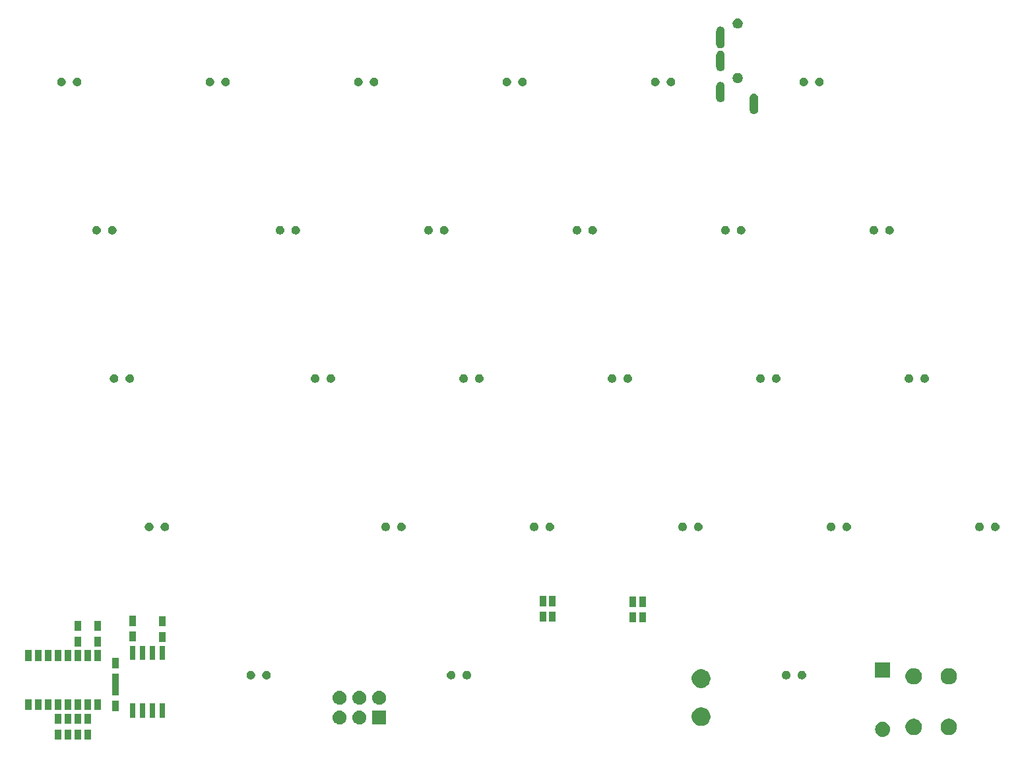
<source format=gbr>
G04 #@! TF.GenerationSoftware,KiCad,Pcbnew,(5.0.2)-1*
G04 #@! TF.CreationDate,2020-04-01T00:19:12+09:00*
G04 #@! TF.ProjectId,eckeyboard,65636b65-7962-46f6-9172-642e6b696361,rev?*
G04 #@! TF.SameCoordinates,Original*
G04 #@! TF.FileFunction,Soldermask,Top*
G04 #@! TF.FilePolarity,Negative*
%FSLAX46Y46*%
G04 Gerber Fmt 4.6, Leading zero omitted, Abs format (unit mm)*
G04 Created by KiCad (PCBNEW (5.0.2)-1) date 2020/04/01 0:19:12*
%MOMM*%
%LPD*%
G01*
G04 APERTURE LIST*
%ADD10C,0.100000*%
G04 APERTURE END LIST*
D10*
G36*
X50256163Y-134483487D02*
X49404163Y-134483487D01*
X49404163Y-133181487D01*
X50256163Y-133181487D01*
X50256163Y-134483487D01*
X50256163Y-134483487D01*
G37*
G36*
X51506163Y-134483487D02*
X50654163Y-134483487D01*
X50654163Y-133181487D01*
X51506163Y-133181487D01*
X51506163Y-134483487D01*
X51506163Y-134483487D01*
G37*
G36*
X52756163Y-134483487D02*
X51904163Y-134483487D01*
X51904163Y-133181487D01*
X52756163Y-133181487D01*
X52756163Y-134483487D01*
X52756163Y-134483487D01*
G37*
G36*
X49006163Y-134483487D02*
X48154163Y-134483487D01*
X48154163Y-133181487D01*
X49006163Y-133181487D01*
X49006163Y-134483487D01*
X49006163Y-134483487D01*
G37*
G36*
X154536425Y-132232760D02*
X154536428Y-132232761D01*
X154536429Y-132232761D01*
X154715693Y-132287140D01*
X154715695Y-132287141D01*
X154880905Y-132375448D01*
X155025712Y-132494288D01*
X155144552Y-132639095D01*
X155232859Y-132804305D01*
X155287240Y-132983575D01*
X155305601Y-133170000D01*
X155287240Y-133356425D01*
X155287239Y-133356428D01*
X155287239Y-133356429D01*
X155237628Y-133519976D01*
X155232859Y-133535695D01*
X155144552Y-133700905D01*
X155025712Y-133845712D01*
X154880905Y-133964552D01*
X154880903Y-133964553D01*
X154715693Y-134052860D01*
X154536429Y-134107239D01*
X154536428Y-134107239D01*
X154536425Y-134107240D01*
X154396718Y-134121000D01*
X154303282Y-134121000D01*
X154163575Y-134107240D01*
X154163572Y-134107239D01*
X154163571Y-134107239D01*
X153984307Y-134052860D01*
X153819097Y-133964553D01*
X153819095Y-133964552D01*
X153674288Y-133845712D01*
X153555448Y-133700905D01*
X153467141Y-133535695D01*
X153462373Y-133519976D01*
X153412761Y-133356429D01*
X153412761Y-133356428D01*
X153412760Y-133356425D01*
X153394399Y-133170000D01*
X153412760Y-132983575D01*
X153467141Y-132804305D01*
X153555448Y-132639095D01*
X153674288Y-132494288D01*
X153819095Y-132375448D01*
X153984305Y-132287141D01*
X153984307Y-132287140D01*
X154163571Y-132232761D01*
X154163572Y-132232761D01*
X154163575Y-132232760D01*
X154303282Y-132219000D01*
X154396718Y-132219000D01*
X154536425Y-132232760D01*
X154536425Y-132232760D01*
G37*
G36*
X163156565Y-131839389D02*
X163347834Y-131918615D01*
X163519976Y-132033637D01*
X163666363Y-132180024D01*
X163781385Y-132352166D01*
X163860611Y-132543435D01*
X163901000Y-132746484D01*
X163901000Y-132953516D01*
X163860611Y-133156565D01*
X163781385Y-133347834D01*
X163666363Y-133519976D01*
X163519976Y-133666363D01*
X163347834Y-133781385D01*
X163156565Y-133860611D01*
X162953516Y-133901000D01*
X162746484Y-133901000D01*
X162543435Y-133860611D01*
X162352166Y-133781385D01*
X162180024Y-133666363D01*
X162033637Y-133519976D01*
X161918615Y-133347834D01*
X161839389Y-133156565D01*
X161799000Y-132953516D01*
X161799000Y-132746484D01*
X161839389Y-132543435D01*
X161918615Y-132352166D01*
X162033637Y-132180024D01*
X162180024Y-132033637D01*
X162352166Y-131918615D01*
X162543435Y-131839389D01*
X162746484Y-131799000D01*
X162953516Y-131799000D01*
X163156565Y-131839389D01*
X163156565Y-131839389D01*
G37*
G36*
X158656565Y-131839389D02*
X158847834Y-131918615D01*
X159019976Y-132033637D01*
X159166363Y-132180024D01*
X159281385Y-132352166D01*
X159360611Y-132543435D01*
X159401000Y-132746484D01*
X159401000Y-132953516D01*
X159360611Y-133156565D01*
X159281385Y-133347834D01*
X159166363Y-133519976D01*
X159019976Y-133666363D01*
X158847834Y-133781385D01*
X158656565Y-133860611D01*
X158453516Y-133901000D01*
X158246484Y-133901000D01*
X158043435Y-133860611D01*
X157852166Y-133781385D01*
X157680024Y-133666363D01*
X157533637Y-133519976D01*
X157418615Y-133347834D01*
X157339389Y-133156565D01*
X157299000Y-132953516D01*
X157299000Y-132746484D01*
X157339389Y-132543435D01*
X157418615Y-132352166D01*
X157533637Y-132180024D01*
X157680024Y-132033637D01*
X157852166Y-131918615D01*
X158043435Y-131839389D01*
X158246484Y-131799000D01*
X158453516Y-131799000D01*
X158656565Y-131839389D01*
X158656565Y-131839389D01*
G37*
G36*
X131415523Y-130380090D02*
X131415525Y-130380091D01*
X131415526Y-130380091D01*
X131496263Y-130413534D01*
X131634095Y-130470625D01*
X131732783Y-130536566D01*
X131830800Y-130602059D01*
X131998085Y-130769344D01*
X132027627Y-130813557D01*
X132129519Y-130966049D01*
X132220054Y-131184621D01*
X132266207Y-131416647D01*
X132266207Y-131653227D01*
X132220054Y-131885253D01*
X132129519Y-132103825D01*
X132096667Y-132152991D01*
X131998085Y-132300530D01*
X131830800Y-132467815D01*
X131791180Y-132494288D01*
X131634095Y-132599249D01*
X131537893Y-132639097D01*
X131415526Y-132689783D01*
X131415525Y-132689783D01*
X131415523Y-132689784D01*
X131183497Y-132735937D01*
X130946917Y-132735937D01*
X130714891Y-132689784D01*
X130714889Y-132689783D01*
X130714888Y-132689783D01*
X130592521Y-132639097D01*
X130496319Y-132599249D01*
X130339234Y-132494288D01*
X130299614Y-132467815D01*
X130132329Y-132300530D01*
X130033747Y-132152991D01*
X130000895Y-132103825D01*
X129910360Y-131885253D01*
X129864207Y-131653227D01*
X129864207Y-131416647D01*
X129910360Y-131184621D01*
X130000895Y-130966049D01*
X130102787Y-130813557D01*
X130132329Y-130769344D01*
X130299614Y-130602059D01*
X130397631Y-130536566D01*
X130496319Y-130470625D01*
X130634151Y-130413534D01*
X130714888Y-130380091D01*
X130714889Y-130380091D01*
X130714891Y-130380090D01*
X130946917Y-130333937D01*
X131183497Y-130333937D01*
X131415523Y-130380090D01*
X131415523Y-130380090D01*
G37*
G36*
X84780442Y-130755518D02*
X84846627Y-130762037D01*
X84959853Y-130796384D01*
X85016467Y-130813557D01*
X85155087Y-130887652D01*
X85172991Y-130897222D01*
X85208729Y-130926552D01*
X85310186Y-131009814D01*
X85393448Y-131111271D01*
X85422778Y-131147009D01*
X85422779Y-131147011D01*
X85506443Y-131303533D01*
X85506443Y-131303534D01*
X85557963Y-131473373D01*
X85575359Y-131650000D01*
X85557963Y-131826627D01*
X85554091Y-131839390D01*
X85506443Y-131996467D01*
X85486576Y-132033635D01*
X85422778Y-132152991D01*
X85400592Y-132180024D01*
X85310186Y-132290186D01*
X85208729Y-132373448D01*
X85172991Y-132402778D01*
X85172989Y-132402779D01*
X85016467Y-132486443D01*
X84959853Y-132503616D01*
X84846627Y-132537963D01*
X84791068Y-132543435D01*
X84714260Y-132551000D01*
X84625740Y-132551000D01*
X84548932Y-132543435D01*
X84493373Y-132537963D01*
X84380147Y-132503616D01*
X84323533Y-132486443D01*
X84167011Y-132402779D01*
X84167009Y-132402778D01*
X84131271Y-132373448D01*
X84029814Y-132290186D01*
X83939408Y-132180024D01*
X83917222Y-132152991D01*
X83853424Y-132033635D01*
X83833557Y-131996467D01*
X83785909Y-131839390D01*
X83782037Y-131826627D01*
X83764641Y-131650000D01*
X83782037Y-131473373D01*
X83833557Y-131303534D01*
X83833557Y-131303533D01*
X83917221Y-131147011D01*
X83917222Y-131147009D01*
X83946552Y-131111271D01*
X84029814Y-131009814D01*
X84131271Y-130926552D01*
X84167009Y-130897222D01*
X84184913Y-130887652D01*
X84323533Y-130813557D01*
X84380147Y-130796384D01*
X84493373Y-130762037D01*
X84559558Y-130755518D01*
X84625740Y-130749000D01*
X84714260Y-130749000D01*
X84780442Y-130755518D01*
X84780442Y-130755518D01*
G37*
G36*
X90651000Y-132551000D02*
X88849000Y-132551000D01*
X88849000Y-130749000D01*
X90651000Y-130749000D01*
X90651000Y-132551000D01*
X90651000Y-132551000D01*
G37*
G36*
X87320442Y-130755518D02*
X87386627Y-130762037D01*
X87499853Y-130796384D01*
X87556467Y-130813557D01*
X87695087Y-130887652D01*
X87712991Y-130897222D01*
X87748729Y-130926552D01*
X87850186Y-131009814D01*
X87933448Y-131111271D01*
X87962778Y-131147009D01*
X87962779Y-131147011D01*
X88046443Y-131303533D01*
X88046443Y-131303534D01*
X88097963Y-131473373D01*
X88115359Y-131650000D01*
X88097963Y-131826627D01*
X88094091Y-131839390D01*
X88046443Y-131996467D01*
X88026576Y-132033635D01*
X87962778Y-132152991D01*
X87940592Y-132180024D01*
X87850186Y-132290186D01*
X87748729Y-132373448D01*
X87712991Y-132402778D01*
X87712989Y-132402779D01*
X87556467Y-132486443D01*
X87499853Y-132503616D01*
X87386627Y-132537963D01*
X87331068Y-132543435D01*
X87254260Y-132551000D01*
X87165740Y-132551000D01*
X87088932Y-132543435D01*
X87033373Y-132537963D01*
X86920147Y-132503616D01*
X86863533Y-132486443D01*
X86707011Y-132402779D01*
X86707009Y-132402778D01*
X86671271Y-132373448D01*
X86569814Y-132290186D01*
X86479408Y-132180024D01*
X86457222Y-132152991D01*
X86393424Y-132033635D01*
X86373557Y-131996467D01*
X86325909Y-131839390D01*
X86322037Y-131826627D01*
X86304641Y-131650000D01*
X86322037Y-131473373D01*
X86373557Y-131303534D01*
X86373557Y-131303533D01*
X86457221Y-131147011D01*
X86457222Y-131147009D01*
X86486552Y-131111271D01*
X86569814Y-131009814D01*
X86671271Y-130926552D01*
X86707009Y-130897222D01*
X86724913Y-130887652D01*
X86863533Y-130813557D01*
X86920147Y-130796384D01*
X87033373Y-130762037D01*
X87099558Y-130755518D01*
X87165740Y-130749000D01*
X87254260Y-130749000D01*
X87320442Y-130755518D01*
X87320442Y-130755518D01*
G37*
G36*
X49006163Y-132483487D02*
X48154163Y-132483487D01*
X48154163Y-131181487D01*
X49006163Y-131181487D01*
X49006163Y-132483487D01*
X49006163Y-132483487D01*
G37*
G36*
X52756163Y-132483487D02*
X51904163Y-132483487D01*
X51904163Y-131181487D01*
X52756163Y-131181487D01*
X52756163Y-132483487D01*
X52756163Y-132483487D01*
G37*
G36*
X51506163Y-132483487D02*
X50654163Y-132483487D01*
X50654163Y-131181487D01*
X51506163Y-131181487D01*
X51506163Y-132483487D01*
X51506163Y-132483487D01*
G37*
G36*
X50256163Y-132483487D02*
X49404163Y-132483487D01*
X49404163Y-131181487D01*
X50256163Y-131181487D01*
X50256163Y-132483487D01*
X50256163Y-132483487D01*
G37*
G36*
X58421000Y-131676000D02*
X57769000Y-131676000D01*
X57769000Y-129824000D01*
X58421000Y-129824000D01*
X58421000Y-131676000D01*
X58421000Y-131676000D01*
G37*
G36*
X59691000Y-131676000D02*
X59039000Y-131676000D01*
X59039000Y-129824000D01*
X59691000Y-129824000D01*
X59691000Y-131676000D01*
X59691000Y-131676000D01*
G37*
G36*
X60961000Y-131676000D02*
X60309000Y-131676000D01*
X60309000Y-129824000D01*
X60961000Y-129824000D01*
X60961000Y-131676000D01*
X60961000Y-131676000D01*
G37*
G36*
X62231000Y-131676000D02*
X61579000Y-131676000D01*
X61579000Y-129824000D01*
X62231000Y-129824000D01*
X62231000Y-131676000D01*
X62231000Y-131676000D01*
G37*
G36*
X56376000Y-130801000D02*
X55524000Y-130801000D01*
X55524000Y-129499000D01*
X56376000Y-129499000D01*
X56376000Y-130801000D01*
X56376000Y-130801000D01*
G37*
G36*
X52801163Y-130683487D02*
X51899163Y-130683487D01*
X51899163Y-129281487D01*
X52801163Y-129281487D01*
X52801163Y-130683487D01*
X52801163Y-130683487D01*
G37*
G36*
X45181163Y-130683487D02*
X44279163Y-130683487D01*
X44279163Y-129281487D01*
X45181163Y-129281487D01*
X45181163Y-130683487D01*
X45181163Y-130683487D01*
G37*
G36*
X46461163Y-130683487D02*
X45559163Y-130683487D01*
X45559163Y-129281487D01*
X46461163Y-129281487D01*
X46461163Y-130683487D01*
X46461163Y-130683487D01*
G37*
G36*
X47721163Y-130683487D02*
X46819163Y-130683487D01*
X46819163Y-129281487D01*
X47721163Y-129281487D01*
X47721163Y-130683487D01*
X47721163Y-130683487D01*
G37*
G36*
X48991163Y-130683487D02*
X48089163Y-130683487D01*
X48089163Y-129281487D01*
X48991163Y-129281487D01*
X48991163Y-130683487D01*
X48991163Y-130683487D01*
G37*
G36*
X50271163Y-130683487D02*
X49369163Y-130683487D01*
X49369163Y-129281487D01*
X50271163Y-129281487D01*
X50271163Y-130683487D01*
X50271163Y-130683487D01*
G37*
G36*
X51541163Y-130683487D02*
X50639163Y-130683487D01*
X50639163Y-129281487D01*
X51541163Y-129281487D01*
X51541163Y-130683487D01*
X51541163Y-130683487D01*
G37*
G36*
X54081163Y-130683487D02*
X53179163Y-130683487D01*
X53179163Y-129281487D01*
X54081163Y-129281487D01*
X54081163Y-130683487D01*
X54081163Y-130683487D01*
G37*
G36*
X89860442Y-128215518D02*
X89926627Y-128222037D01*
X90039853Y-128256384D01*
X90096467Y-128273557D01*
X90235087Y-128347652D01*
X90252991Y-128357222D01*
X90288729Y-128386552D01*
X90390186Y-128469814D01*
X90473448Y-128571271D01*
X90502778Y-128607009D01*
X90502779Y-128607011D01*
X90586443Y-128763533D01*
X90586443Y-128763534D01*
X90637963Y-128933373D01*
X90655359Y-129110000D01*
X90637963Y-129286627D01*
X90603616Y-129399853D01*
X90586443Y-129456467D01*
X90563708Y-129499000D01*
X90502778Y-129612991D01*
X90473448Y-129648729D01*
X90390186Y-129750186D01*
X90300242Y-129824000D01*
X90252991Y-129862778D01*
X90252989Y-129862779D01*
X90096467Y-129946443D01*
X90039853Y-129963616D01*
X89926627Y-129997963D01*
X89860442Y-130004482D01*
X89794260Y-130011000D01*
X89705740Y-130011000D01*
X89639558Y-130004482D01*
X89573373Y-129997963D01*
X89460147Y-129963616D01*
X89403533Y-129946443D01*
X89247011Y-129862779D01*
X89247009Y-129862778D01*
X89199758Y-129824000D01*
X89109814Y-129750186D01*
X89026552Y-129648729D01*
X88997222Y-129612991D01*
X88936292Y-129499000D01*
X88913557Y-129456467D01*
X88896384Y-129399853D01*
X88862037Y-129286627D01*
X88844641Y-129110000D01*
X88862037Y-128933373D01*
X88913557Y-128763534D01*
X88913557Y-128763533D01*
X88997221Y-128607011D01*
X88997222Y-128607009D01*
X89026552Y-128571271D01*
X89109814Y-128469814D01*
X89211271Y-128386552D01*
X89247009Y-128357222D01*
X89264913Y-128347652D01*
X89403533Y-128273557D01*
X89460147Y-128256384D01*
X89573373Y-128222037D01*
X89639558Y-128215518D01*
X89705740Y-128209000D01*
X89794260Y-128209000D01*
X89860442Y-128215518D01*
X89860442Y-128215518D01*
G37*
G36*
X87320442Y-128215518D02*
X87386627Y-128222037D01*
X87499853Y-128256384D01*
X87556467Y-128273557D01*
X87695087Y-128347652D01*
X87712991Y-128357222D01*
X87748729Y-128386552D01*
X87850186Y-128469814D01*
X87933448Y-128571271D01*
X87962778Y-128607009D01*
X87962779Y-128607011D01*
X88046443Y-128763533D01*
X88046443Y-128763534D01*
X88097963Y-128933373D01*
X88115359Y-129110000D01*
X88097963Y-129286627D01*
X88063616Y-129399853D01*
X88046443Y-129456467D01*
X88023708Y-129499000D01*
X87962778Y-129612991D01*
X87933448Y-129648729D01*
X87850186Y-129750186D01*
X87760242Y-129824000D01*
X87712991Y-129862778D01*
X87712989Y-129862779D01*
X87556467Y-129946443D01*
X87499853Y-129963616D01*
X87386627Y-129997963D01*
X87320442Y-130004482D01*
X87254260Y-130011000D01*
X87165740Y-130011000D01*
X87099558Y-130004482D01*
X87033373Y-129997963D01*
X86920147Y-129963616D01*
X86863533Y-129946443D01*
X86707011Y-129862779D01*
X86707009Y-129862778D01*
X86659758Y-129824000D01*
X86569814Y-129750186D01*
X86486552Y-129648729D01*
X86457222Y-129612991D01*
X86396292Y-129499000D01*
X86373557Y-129456467D01*
X86356384Y-129399853D01*
X86322037Y-129286627D01*
X86304641Y-129110000D01*
X86322037Y-128933373D01*
X86373557Y-128763534D01*
X86373557Y-128763533D01*
X86457221Y-128607011D01*
X86457222Y-128607009D01*
X86486552Y-128571271D01*
X86569814Y-128469814D01*
X86671271Y-128386552D01*
X86707009Y-128357222D01*
X86724913Y-128347652D01*
X86863533Y-128273557D01*
X86920147Y-128256384D01*
X87033373Y-128222037D01*
X87099558Y-128215518D01*
X87165740Y-128209000D01*
X87254260Y-128209000D01*
X87320442Y-128215518D01*
X87320442Y-128215518D01*
G37*
G36*
X84780442Y-128215518D02*
X84846627Y-128222037D01*
X84959853Y-128256384D01*
X85016467Y-128273557D01*
X85155087Y-128347652D01*
X85172991Y-128357222D01*
X85208729Y-128386552D01*
X85310186Y-128469814D01*
X85393448Y-128571271D01*
X85422778Y-128607009D01*
X85422779Y-128607011D01*
X85506443Y-128763533D01*
X85506443Y-128763534D01*
X85557963Y-128933373D01*
X85575359Y-129110000D01*
X85557963Y-129286627D01*
X85523616Y-129399853D01*
X85506443Y-129456467D01*
X85483708Y-129499000D01*
X85422778Y-129612991D01*
X85393448Y-129648729D01*
X85310186Y-129750186D01*
X85220242Y-129824000D01*
X85172991Y-129862778D01*
X85172989Y-129862779D01*
X85016467Y-129946443D01*
X84959853Y-129963616D01*
X84846627Y-129997963D01*
X84780442Y-130004482D01*
X84714260Y-130011000D01*
X84625740Y-130011000D01*
X84559558Y-130004482D01*
X84493373Y-129997963D01*
X84380147Y-129963616D01*
X84323533Y-129946443D01*
X84167011Y-129862779D01*
X84167009Y-129862778D01*
X84119758Y-129824000D01*
X84029814Y-129750186D01*
X83946552Y-129648729D01*
X83917222Y-129612991D01*
X83856292Y-129499000D01*
X83833557Y-129456467D01*
X83816384Y-129399853D01*
X83782037Y-129286627D01*
X83764641Y-129110000D01*
X83782037Y-128933373D01*
X83833557Y-128763534D01*
X83833557Y-128763533D01*
X83917221Y-128607011D01*
X83917222Y-128607009D01*
X83946552Y-128571271D01*
X84029814Y-128469814D01*
X84131271Y-128386552D01*
X84167009Y-128357222D01*
X84184913Y-128347652D01*
X84323533Y-128273557D01*
X84380147Y-128256384D01*
X84493373Y-128222037D01*
X84559558Y-128215518D01*
X84625740Y-128209000D01*
X84714260Y-128209000D01*
X84780442Y-128215518D01*
X84780442Y-128215518D01*
G37*
G36*
X56376000Y-128801000D02*
X55524000Y-128801000D01*
X55524000Y-125999000D01*
X56376000Y-125999000D01*
X56376000Y-128801000D01*
X56376000Y-128801000D01*
G37*
G36*
X131415523Y-125480090D02*
X131415525Y-125480091D01*
X131415526Y-125480091D01*
X131496263Y-125513534D01*
X131634095Y-125570625D01*
X131732783Y-125636566D01*
X131830800Y-125702059D01*
X131998085Y-125869344D01*
X132044630Y-125939004D01*
X132129519Y-126066049D01*
X132220054Y-126284621D01*
X132266207Y-126516647D01*
X132266207Y-126753227D01*
X132220054Y-126985253D01*
X132129519Y-127203825D01*
X132077695Y-127281385D01*
X131998085Y-127400530D01*
X131830800Y-127567815D01*
X131732783Y-127633308D01*
X131634095Y-127699249D01*
X131496263Y-127756340D01*
X131415526Y-127789783D01*
X131415525Y-127789783D01*
X131415523Y-127789784D01*
X131183497Y-127835937D01*
X130946917Y-127835937D01*
X130714891Y-127789784D01*
X130714889Y-127789783D01*
X130714888Y-127789783D01*
X130634151Y-127756340D01*
X130496319Y-127699249D01*
X130397631Y-127633308D01*
X130299614Y-127567815D01*
X130132329Y-127400530D01*
X130052719Y-127281385D01*
X130000895Y-127203825D01*
X129910360Y-126985253D01*
X129864207Y-126753227D01*
X129864207Y-126516647D01*
X129910360Y-126284621D01*
X130000895Y-126066049D01*
X130085784Y-125939004D01*
X130132329Y-125869344D01*
X130299614Y-125702059D01*
X130397631Y-125636566D01*
X130496319Y-125570625D01*
X130634151Y-125513534D01*
X130714888Y-125480091D01*
X130714889Y-125480091D01*
X130714891Y-125480090D01*
X130946917Y-125433937D01*
X131183497Y-125433937D01*
X131415523Y-125480090D01*
X131415523Y-125480090D01*
G37*
G36*
X163156565Y-125339389D02*
X163347834Y-125418615D01*
X163519976Y-125533637D01*
X163666363Y-125680024D01*
X163781385Y-125852166D01*
X163860611Y-126043435D01*
X163901000Y-126246484D01*
X163901000Y-126453516D01*
X163860611Y-126656565D01*
X163781385Y-126847834D01*
X163666363Y-127019976D01*
X163519976Y-127166363D01*
X163347834Y-127281385D01*
X163156565Y-127360611D01*
X162953516Y-127401000D01*
X162746484Y-127401000D01*
X162543435Y-127360611D01*
X162352166Y-127281385D01*
X162180024Y-127166363D01*
X162033637Y-127019976D01*
X161918615Y-126847834D01*
X161839389Y-126656565D01*
X161799000Y-126453516D01*
X161799000Y-126246484D01*
X161839389Y-126043435D01*
X161918615Y-125852166D01*
X162033637Y-125680024D01*
X162180024Y-125533637D01*
X162352166Y-125418615D01*
X162543435Y-125339389D01*
X162746484Y-125299000D01*
X162953516Y-125299000D01*
X163156565Y-125339389D01*
X163156565Y-125339389D01*
G37*
G36*
X158656565Y-125339389D02*
X158847834Y-125418615D01*
X159019976Y-125533637D01*
X159166363Y-125680024D01*
X159281385Y-125852166D01*
X159360611Y-126043435D01*
X159401000Y-126246484D01*
X159401000Y-126453516D01*
X159360611Y-126656565D01*
X159281385Y-126847834D01*
X159166363Y-127019976D01*
X159019976Y-127166363D01*
X158847834Y-127281385D01*
X158656565Y-127360611D01*
X158453516Y-127401000D01*
X158246484Y-127401000D01*
X158043435Y-127360611D01*
X157852166Y-127281385D01*
X157680024Y-127166363D01*
X157533637Y-127019976D01*
X157418615Y-126847834D01*
X157339389Y-126656565D01*
X157299000Y-126453516D01*
X157299000Y-126246484D01*
X157339389Y-126043435D01*
X157418615Y-125852166D01*
X157533637Y-125680024D01*
X157680024Y-125533637D01*
X157852166Y-125418615D01*
X158043435Y-125339389D01*
X158246484Y-125299000D01*
X158453516Y-125299000D01*
X158656565Y-125339389D01*
X158656565Y-125339389D01*
G37*
G36*
X75460721Y-125670174D02*
X75560995Y-125711709D01*
X75651245Y-125772012D01*
X75727988Y-125848755D01*
X75788291Y-125939005D01*
X75829826Y-126039279D01*
X75851000Y-126145730D01*
X75851000Y-126254270D01*
X75829826Y-126360721D01*
X75788291Y-126460995D01*
X75727988Y-126551245D01*
X75651245Y-126627988D01*
X75560995Y-126688291D01*
X75460721Y-126729826D01*
X75354270Y-126751000D01*
X75245730Y-126751000D01*
X75139279Y-126729826D01*
X75039005Y-126688291D01*
X74948755Y-126627988D01*
X74872012Y-126551245D01*
X74811709Y-126460995D01*
X74770174Y-126360721D01*
X74749000Y-126254270D01*
X74749000Y-126145730D01*
X74770174Y-126039279D01*
X74811709Y-125939005D01*
X74872012Y-125848755D01*
X74948755Y-125772012D01*
X75039005Y-125711709D01*
X75139279Y-125670174D01*
X75245730Y-125649000D01*
X75354270Y-125649000D01*
X75460721Y-125670174D01*
X75460721Y-125670174D01*
G37*
G36*
X73444721Y-125670174D02*
X73544995Y-125711709D01*
X73635245Y-125772012D01*
X73711988Y-125848755D01*
X73772291Y-125939005D01*
X73813826Y-126039279D01*
X73835000Y-126145730D01*
X73835000Y-126254270D01*
X73813826Y-126360721D01*
X73772291Y-126460995D01*
X73711988Y-126551245D01*
X73635245Y-126627988D01*
X73544995Y-126688291D01*
X73444721Y-126729826D01*
X73338270Y-126751000D01*
X73229730Y-126751000D01*
X73123279Y-126729826D01*
X73023005Y-126688291D01*
X72932755Y-126627988D01*
X72856012Y-126551245D01*
X72795709Y-126460995D01*
X72754174Y-126360721D01*
X72733000Y-126254270D01*
X72733000Y-126145730D01*
X72754174Y-126039279D01*
X72795709Y-125939005D01*
X72856012Y-125848755D01*
X72932755Y-125772012D01*
X73023005Y-125711709D01*
X73123279Y-125670174D01*
X73229730Y-125649000D01*
X73338270Y-125649000D01*
X73444721Y-125670174D01*
X73444721Y-125670174D01*
G37*
G36*
X99144721Y-125670174D02*
X99244995Y-125711709D01*
X99335245Y-125772012D01*
X99411988Y-125848755D01*
X99472291Y-125939005D01*
X99513826Y-126039279D01*
X99535000Y-126145730D01*
X99535000Y-126254270D01*
X99513826Y-126360721D01*
X99472291Y-126460995D01*
X99411988Y-126551245D01*
X99335245Y-126627988D01*
X99244995Y-126688291D01*
X99144721Y-126729826D01*
X99038270Y-126751000D01*
X98929730Y-126751000D01*
X98823279Y-126729826D01*
X98723005Y-126688291D01*
X98632755Y-126627988D01*
X98556012Y-126551245D01*
X98495709Y-126460995D01*
X98454174Y-126360721D01*
X98433000Y-126254270D01*
X98433000Y-126145730D01*
X98454174Y-126039279D01*
X98495709Y-125939005D01*
X98556012Y-125848755D01*
X98632755Y-125772012D01*
X98723005Y-125711709D01*
X98823279Y-125670174D01*
X98929730Y-125649000D01*
X99038270Y-125649000D01*
X99144721Y-125670174D01*
X99144721Y-125670174D01*
G37*
G36*
X101160721Y-125670174D02*
X101260995Y-125711709D01*
X101351245Y-125772012D01*
X101427988Y-125848755D01*
X101488291Y-125939005D01*
X101529826Y-126039279D01*
X101551000Y-126145730D01*
X101551000Y-126254270D01*
X101529826Y-126360721D01*
X101488291Y-126460995D01*
X101427988Y-126551245D01*
X101351245Y-126627988D01*
X101260995Y-126688291D01*
X101160721Y-126729826D01*
X101054270Y-126751000D01*
X100945730Y-126751000D01*
X100839279Y-126729826D01*
X100739005Y-126688291D01*
X100648755Y-126627988D01*
X100572012Y-126551245D01*
X100511709Y-126460995D01*
X100470174Y-126360721D01*
X100449000Y-126254270D01*
X100449000Y-126145730D01*
X100470174Y-126039279D01*
X100511709Y-125939005D01*
X100572012Y-125848755D01*
X100648755Y-125772012D01*
X100739005Y-125711709D01*
X100839279Y-125670174D01*
X100945730Y-125649000D01*
X101054270Y-125649000D01*
X101160721Y-125670174D01*
X101160721Y-125670174D01*
G37*
G36*
X144160721Y-125670174D02*
X144260995Y-125711709D01*
X144351245Y-125772012D01*
X144427988Y-125848755D01*
X144488291Y-125939005D01*
X144529826Y-126039279D01*
X144551000Y-126145730D01*
X144551000Y-126254270D01*
X144529826Y-126360721D01*
X144488291Y-126460995D01*
X144427988Y-126551245D01*
X144351245Y-126627988D01*
X144260995Y-126688291D01*
X144160721Y-126729826D01*
X144054270Y-126751000D01*
X143945730Y-126751000D01*
X143839279Y-126729826D01*
X143739005Y-126688291D01*
X143648755Y-126627988D01*
X143572012Y-126551245D01*
X143511709Y-126460995D01*
X143470174Y-126360721D01*
X143449000Y-126254270D01*
X143449000Y-126145730D01*
X143470174Y-126039279D01*
X143511709Y-125939005D01*
X143572012Y-125848755D01*
X143648755Y-125772012D01*
X143739005Y-125711709D01*
X143839279Y-125670174D01*
X143945730Y-125649000D01*
X144054270Y-125649000D01*
X144160721Y-125670174D01*
X144160721Y-125670174D01*
G37*
G36*
X142144721Y-125670174D02*
X142244995Y-125711709D01*
X142335245Y-125772012D01*
X142411988Y-125848755D01*
X142472291Y-125939005D01*
X142513826Y-126039279D01*
X142535000Y-126145730D01*
X142535000Y-126254270D01*
X142513826Y-126360721D01*
X142472291Y-126460995D01*
X142411988Y-126551245D01*
X142335245Y-126627988D01*
X142244995Y-126688291D01*
X142144721Y-126729826D01*
X142038270Y-126751000D01*
X141929730Y-126751000D01*
X141823279Y-126729826D01*
X141723005Y-126688291D01*
X141632755Y-126627988D01*
X141556012Y-126551245D01*
X141495709Y-126460995D01*
X141454174Y-126360721D01*
X141433000Y-126254270D01*
X141433000Y-126145730D01*
X141454174Y-126039279D01*
X141495709Y-125939005D01*
X141556012Y-125848755D01*
X141632755Y-125772012D01*
X141723005Y-125711709D01*
X141823279Y-125670174D01*
X141929730Y-125649000D01*
X142038270Y-125649000D01*
X142144721Y-125670174D01*
X142144721Y-125670174D01*
G37*
G36*
X155301000Y-126501000D02*
X153399000Y-126501000D01*
X153399000Y-124599000D01*
X155301000Y-124599000D01*
X155301000Y-126501000D01*
X155301000Y-126501000D01*
G37*
G36*
X56376000Y-125301000D02*
X55524000Y-125301000D01*
X55524000Y-123999000D01*
X56376000Y-123999000D01*
X56376000Y-125301000D01*
X56376000Y-125301000D01*
G37*
G36*
X52801163Y-124383487D02*
X51899163Y-124383487D01*
X51899163Y-122981487D01*
X52801163Y-122981487D01*
X52801163Y-124383487D01*
X52801163Y-124383487D01*
G37*
G36*
X48991163Y-124383487D02*
X48089163Y-124383487D01*
X48089163Y-122981487D01*
X48991163Y-122981487D01*
X48991163Y-124383487D01*
X48991163Y-124383487D01*
G37*
G36*
X50271163Y-124383487D02*
X49369163Y-124383487D01*
X49369163Y-122981487D01*
X50271163Y-122981487D01*
X50271163Y-124383487D01*
X50271163Y-124383487D01*
G37*
G36*
X54081163Y-124383487D02*
X53179163Y-124383487D01*
X53179163Y-122981487D01*
X54081163Y-122981487D01*
X54081163Y-124383487D01*
X54081163Y-124383487D01*
G37*
G36*
X51541163Y-124383487D02*
X50639163Y-124383487D01*
X50639163Y-122981487D01*
X51541163Y-122981487D01*
X51541163Y-124383487D01*
X51541163Y-124383487D01*
G37*
G36*
X47721163Y-124383487D02*
X46819163Y-124383487D01*
X46819163Y-122981487D01*
X47721163Y-122981487D01*
X47721163Y-124383487D01*
X47721163Y-124383487D01*
G37*
G36*
X46461163Y-124383487D02*
X45559163Y-124383487D01*
X45559163Y-122981487D01*
X46461163Y-122981487D01*
X46461163Y-124383487D01*
X46461163Y-124383487D01*
G37*
G36*
X45181163Y-124383487D02*
X44279163Y-124383487D01*
X44279163Y-122981487D01*
X45181163Y-122981487D01*
X45181163Y-124383487D01*
X45181163Y-124383487D01*
G37*
G36*
X62231000Y-124276000D02*
X61579000Y-124276000D01*
X61579000Y-122424000D01*
X62231000Y-122424000D01*
X62231000Y-124276000D01*
X62231000Y-124276000D01*
G37*
G36*
X58421000Y-124276000D02*
X57769000Y-124276000D01*
X57769000Y-122424000D01*
X58421000Y-122424000D01*
X58421000Y-124276000D01*
X58421000Y-124276000D01*
G37*
G36*
X59691000Y-124276000D02*
X59039000Y-124276000D01*
X59039000Y-122424000D01*
X59691000Y-122424000D01*
X59691000Y-124276000D01*
X59691000Y-124276000D01*
G37*
G36*
X60961000Y-124276000D02*
X60309000Y-124276000D01*
X60309000Y-122424000D01*
X60961000Y-122424000D01*
X60961000Y-124276000D01*
X60961000Y-124276000D01*
G37*
G36*
X54056163Y-122551000D02*
X53204163Y-122551000D01*
X53204163Y-121249000D01*
X54056163Y-121249000D01*
X54056163Y-122551000D01*
X54056163Y-122551000D01*
G37*
G36*
X51526000Y-122551000D02*
X50674000Y-122551000D01*
X50674000Y-121249000D01*
X51526000Y-121249000D01*
X51526000Y-122551000D01*
X51526000Y-122551000D01*
G37*
G36*
X62326000Y-121951000D02*
X61474000Y-121951000D01*
X61474000Y-120649000D01*
X62326000Y-120649000D01*
X62326000Y-121951000D01*
X62326000Y-121951000D01*
G37*
G36*
X58526000Y-121901000D02*
X57674000Y-121901000D01*
X57674000Y-120599000D01*
X58526000Y-120599000D01*
X58526000Y-121901000D01*
X58526000Y-121901000D01*
G37*
G36*
X54056163Y-120551000D02*
X53204163Y-120551000D01*
X53204163Y-119249000D01*
X54056163Y-119249000D01*
X54056163Y-120551000D01*
X54056163Y-120551000D01*
G37*
G36*
X51526000Y-120551000D02*
X50674000Y-120551000D01*
X50674000Y-119249000D01*
X51526000Y-119249000D01*
X51526000Y-120551000D01*
X51526000Y-120551000D01*
G37*
G36*
X62326000Y-119951000D02*
X61474000Y-119951000D01*
X61474000Y-118649000D01*
X62326000Y-118649000D01*
X62326000Y-119951000D01*
X62326000Y-119951000D01*
G37*
G36*
X58526000Y-119901000D02*
X57674000Y-119901000D01*
X57674000Y-118599000D01*
X58526000Y-118599000D01*
X58526000Y-119901000D01*
X58526000Y-119901000D01*
G37*
G36*
X124026000Y-119451000D02*
X123174000Y-119451000D01*
X123174000Y-118149000D01*
X124026000Y-118149000D01*
X124026000Y-119451000D01*
X124026000Y-119451000D01*
G37*
G36*
X122726000Y-119451000D02*
X121874000Y-119451000D01*
X121874000Y-118149000D01*
X122726000Y-118149000D01*
X122726000Y-119451000D01*
X122726000Y-119451000D01*
G37*
G36*
X111176000Y-119351000D02*
X110324000Y-119351000D01*
X110324000Y-118049000D01*
X111176000Y-118049000D01*
X111176000Y-119351000D01*
X111176000Y-119351000D01*
G37*
G36*
X112426000Y-119351000D02*
X111574000Y-119351000D01*
X111574000Y-118049000D01*
X112426000Y-118049000D01*
X112426000Y-119351000D01*
X112426000Y-119351000D01*
G37*
G36*
X122726000Y-117451000D02*
X121874000Y-117451000D01*
X121874000Y-116149000D01*
X122726000Y-116149000D01*
X122726000Y-117451000D01*
X122726000Y-117451000D01*
G37*
G36*
X124026000Y-117451000D02*
X123174000Y-117451000D01*
X123174000Y-116149000D01*
X124026000Y-116149000D01*
X124026000Y-117451000D01*
X124026000Y-117451000D01*
G37*
G36*
X111176000Y-117351000D02*
X110324000Y-117351000D01*
X110324000Y-116049000D01*
X111176000Y-116049000D01*
X111176000Y-117351000D01*
X111176000Y-117351000D01*
G37*
G36*
X112426000Y-117351000D02*
X111574000Y-117351000D01*
X111574000Y-116049000D01*
X112426000Y-116049000D01*
X112426000Y-117351000D01*
X112426000Y-117351000D01*
G37*
G36*
X111810721Y-106620174D02*
X111910995Y-106661709D01*
X112001245Y-106722012D01*
X112077988Y-106798755D01*
X112138291Y-106889005D01*
X112179826Y-106989279D01*
X112201000Y-107095730D01*
X112201000Y-107204270D01*
X112179826Y-107310721D01*
X112138291Y-107410995D01*
X112077988Y-107501245D01*
X112001245Y-107577988D01*
X111910995Y-107638291D01*
X111810721Y-107679826D01*
X111704270Y-107701000D01*
X111595730Y-107701000D01*
X111489279Y-107679826D01*
X111389005Y-107638291D01*
X111298755Y-107577988D01*
X111222012Y-107501245D01*
X111161709Y-107410995D01*
X111120174Y-107310721D01*
X111099000Y-107204270D01*
X111099000Y-107095730D01*
X111120174Y-106989279D01*
X111161709Y-106889005D01*
X111222012Y-106798755D01*
X111298755Y-106722012D01*
X111389005Y-106661709D01*
X111489279Y-106620174D01*
X111595730Y-106599000D01*
X111704270Y-106599000D01*
X111810721Y-106620174D01*
X111810721Y-106620174D01*
G37*
G36*
X147894721Y-106620174D02*
X147994995Y-106661709D01*
X148085245Y-106722012D01*
X148161988Y-106798755D01*
X148222291Y-106889005D01*
X148263826Y-106989279D01*
X148285000Y-107095730D01*
X148285000Y-107204270D01*
X148263826Y-107310721D01*
X148222291Y-107410995D01*
X148161988Y-107501245D01*
X148085245Y-107577988D01*
X147994995Y-107638291D01*
X147894721Y-107679826D01*
X147788270Y-107701000D01*
X147679730Y-107701000D01*
X147573279Y-107679826D01*
X147473005Y-107638291D01*
X147382755Y-107577988D01*
X147306012Y-107501245D01*
X147245709Y-107410995D01*
X147204174Y-107310721D01*
X147183000Y-107204270D01*
X147183000Y-107095730D01*
X147204174Y-106989279D01*
X147245709Y-106889005D01*
X147306012Y-106798755D01*
X147382755Y-106722012D01*
X147473005Y-106661709D01*
X147573279Y-106620174D01*
X147679730Y-106599000D01*
X147788270Y-106599000D01*
X147894721Y-106620174D01*
X147894721Y-106620174D01*
G37*
G36*
X92760721Y-106620174D02*
X92860995Y-106661709D01*
X92951245Y-106722012D01*
X93027988Y-106798755D01*
X93088291Y-106889005D01*
X93129826Y-106989279D01*
X93151000Y-107095730D01*
X93151000Y-107204270D01*
X93129826Y-107310721D01*
X93088291Y-107410995D01*
X93027988Y-107501245D01*
X92951245Y-107577988D01*
X92860995Y-107638291D01*
X92760721Y-107679826D01*
X92654270Y-107701000D01*
X92545730Y-107701000D01*
X92439279Y-107679826D01*
X92339005Y-107638291D01*
X92248755Y-107577988D01*
X92172012Y-107501245D01*
X92111709Y-107410995D01*
X92070174Y-107310721D01*
X92049000Y-107204270D01*
X92049000Y-107095730D01*
X92070174Y-106989279D01*
X92111709Y-106889005D01*
X92172012Y-106798755D01*
X92248755Y-106722012D01*
X92339005Y-106661709D01*
X92439279Y-106620174D01*
X92545730Y-106599000D01*
X92654270Y-106599000D01*
X92760721Y-106620174D01*
X92760721Y-106620174D01*
G37*
G36*
X166944721Y-106620174D02*
X167044995Y-106661709D01*
X167135245Y-106722012D01*
X167211988Y-106798755D01*
X167272291Y-106889005D01*
X167313826Y-106989279D01*
X167335000Y-107095730D01*
X167335000Y-107204270D01*
X167313826Y-107310721D01*
X167272291Y-107410995D01*
X167211988Y-107501245D01*
X167135245Y-107577988D01*
X167044995Y-107638291D01*
X166944721Y-107679826D01*
X166838270Y-107701000D01*
X166729730Y-107701000D01*
X166623279Y-107679826D01*
X166523005Y-107638291D01*
X166432755Y-107577988D01*
X166356012Y-107501245D01*
X166295709Y-107410995D01*
X166254174Y-107310721D01*
X166233000Y-107204270D01*
X166233000Y-107095730D01*
X166254174Y-106989279D01*
X166295709Y-106889005D01*
X166356012Y-106798755D01*
X166432755Y-106722012D01*
X166523005Y-106661709D01*
X166623279Y-106620174D01*
X166729730Y-106599000D01*
X166838270Y-106599000D01*
X166944721Y-106620174D01*
X166944721Y-106620174D01*
G37*
G36*
X149910721Y-106620174D02*
X150010995Y-106661709D01*
X150101245Y-106722012D01*
X150177988Y-106798755D01*
X150238291Y-106889005D01*
X150279826Y-106989279D01*
X150301000Y-107095730D01*
X150301000Y-107204270D01*
X150279826Y-107310721D01*
X150238291Y-107410995D01*
X150177988Y-107501245D01*
X150101245Y-107577988D01*
X150010995Y-107638291D01*
X149910721Y-107679826D01*
X149804270Y-107701000D01*
X149695730Y-107701000D01*
X149589279Y-107679826D01*
X149489005Y-107638291D01*
X149398755Y-107577988D01*
X149322012Y-107501245D01*
X149261709Y-107410995D01*
X149220174Y-107310721D01*
X149199000Y-107204270D01*
X149199000Y-107095730D01*
X149220174Y-106989279D01*
X149261709Y-106889005D01*
X149322012Y-106798755D01*
X149398755Y-106722012D01*
X149489005Y-106661709D01*
X149589279Y-106620174D01*
X149695730Y-106599000D01*
X149804270Y-106599000D01*
X149910721Y-106620174D01*
X149910721Y-106620174D01*
G37*
G36*
X168960721Y-106620174D02*
X169060995Y-106661709D01*
X169151245Y-106722012D01*
X169227988Y-106798755D01*
X169288291Y-106889005D01*
X169329826Y-106989279D01*
X169351000Y-107095730D01*
X169351000Y-107204270D01*
X169329826Y-107310721D01*
X169288291Y-107410995D01*
X169227988Y-107501245D01*
X169151245Y-107577988D01*
X169060995Y-107638291D01*
X168960721Y-107679826D01*
X168854270Y-107701000D01*
X168745730Y-107701000D01*
X168639279Y-107679826D01*
X168539005Y-107638291D01*
X168448755Y-107577988D01*
X168372012Y-107501245D01*
X168311709Y-107410995D01*
X168270174Y-107310721D01*
X168249000Y-107204270D01*
X168249000Y-107095730D01*
X168270174Y-106989279D01*
X168311709Y-106889005D01*
X168372012Y-106798755D01*
X168448755Y-106722012D01*
X168539005Y-106661709D01*
X168639279Y-106620174D01*
X168745730Y-106599000D01*
X168854270Y-106599000D01*
X168960721Y-106620174D01*
X168960721Y-106620174D01*
G37*
G36*
X128844721Y-106620174D02*
X128944995Y-106661709D01*
X129035245Y-106722012D01*
X129111988Y-106798755D01*
X129172291Y-106889005D01*
X129213826Y-106989279D01*
X129235000Y-107095730D01*
X129235000Y-107204270D01*
X129213826Y-107310721D01*
X129172291Y-107410995D01*
X129111988Y-107501245D01*
X129035245Y-107577988D01*
X128944995Y-107638291D01*
X128844721Y-107679826D01*
X128738270Y-107701000D01*
X128629730Y-107701000D01*
X128523279Y-107679826D01*
X128423005Y-107638291D01*
X128332755Y-107577988D01*
X128256012Y-107501245D01*
X128195709Y-107410995D01*
X128154174Y-107310721D01*
X128133000Y-107204270D01*
X128133000Y-107095730D01*
X128154174Y-106989279D01*
X128195709Y-106889005D01*
X128256012Y-106798755D01*
X128332755Y-106722012D01*
X128423005Y-106661709D01*
X128523279Y-106620174D01*
X128629730Y-106599000D01*
X128738270Y-106599000D01*
X128844721Y-106620174D01*
X128844721Y-106620174D01*
G37*
G36*
X109794721Y-106620174D02*
X109894995Y-106661709D01*
X109985245Y-106722012D01*
X110061988Y-106798755D01*
X110122291Y-106889005D01*
X110163826Y-106989279D01*
X110185000Y-107095730D01*
X110185000Y-107204270D01*
X110163826Y-107310721D01*
X110122291Y-107410995D01*
X110061988Y-107501245D01*
X109985245Y-107577988D01*
X109894995Y-107638291D01*
X109794721Y-107679826D01*
X109688270Y-107701000D01*
X109579730Y-107701000D01*
X109473279Y-107679826D01*
X109373005Y-107638291D01*
X109282755Y-107577988D01*
X109206012Y-107501245D01*
X109145709Y-107410995D01*
X109104174Y-107310721D01*
X109083000Y-107204270D01*
X109083000Y-107095730D01*
X109104174Y-106989279D01*
X109145709Y-106889005D01*
X109206012Y-106798755D01*
X109282755Y-106722012D01*
X109373005Y-106661709D01*
X109473279Y-106620174D01*
X109579730Y-106599000D01*
X109688270Y-106599000D01*
X109794721Y-106620174D01*
X109794721Y-106620174D01*
G37*
G36*
X90744721Y-106620174D02*
X90844995Y-106661709D01*
X90935245Y-106722012D01*
X91011988Y-106798755D01*
X91072291Y-106889005D01*
X91113826Y-106989279D01*
X91135000Y-107095730D01*
X91135000Y-107204270D01*
X91113826Y-107310721D01*
X91072291Y-107410995D01*
X91011988Y-107501245D01*
X90935245Y-107577988D01*
X90844995Y-107638291D01*
X90744721Y-107679826D01*
X90638270Y-107701000D01*
X90529730Y-107701000D01*
X90423279Y-107679826D01*
X90323005Y-107638291D01*
X90232755Y-107577988D01*
X90156012Y-107501245D01*
X90095709Y-107410995D01*
X90054174Y-107310721D01*
X90033000Y-107204270D01*
X90033000Y-107095730D01*
X90054174Y-106989279D01*
X90095709Y-106889005D01*
X90156012Y-106798755D01*
X90232755Y-106722012D01*
X90323005Y-106661709D01*
X90423279Y-106620174D01*
X90529730Y-106599000D01*
X90638270Y-106599000D01*
X90744721Y-106620174D01*
X90744721Y-106620174D01*
G37*
G36*
X60394721Y-106620174D02*
X60494995Y-106661709D01*
X60585245Y-106722012D01*
X60661988Y-106798755D01*
X60722291Y-106889005D01*
X60763826Y-106989279D01*
X60785000Y-107095730D01*
X60785000Y-107204270D01*
X60763826Y-107310721D01*
X60722291Y-107410995D01*
X60661988Y-107501245D01*
X60585245Y-107577988D01*
X60494995Y-107638291D01*
X60394721Y-107679826D01*
X60288270Y-107701000D01*
X60179730Y-107701000D01*
X60073279Y-107679826D01*
X59973005Y-107638291D01*
X59882755Y-107577988D01*
X59806012Y-107501245D01*
X59745709Y-107410995D01*
X59704174Y-107310721D01*
X59683000Y-107204270D01*
X59683000Y-107095730D01*
X59704174Y-106989279D01*
X59745709Y-106889005D01*
X59806012Y-106798755D01*
X59882755Y-106722012D01*
X59973005Y-106661709D01*
X60073279Y-106620174D01*
X60179730Y-106599000D01*
X60288270Y-106599000D01*
X60394721Y-106620174D01*
X60394721Y-106620174D01*
G37*
G36*
X62410721Y-106620174D02*
X62510995Y-106661709D01*
X62601245Y-106722012D01*
X62677988Y-106798755D01*
X62738291Y-106889005D01*
X62779826Y-106989279D01*
X62801000Y-107095730D01*
X62801000Y-107204270D01*
X62779826Y-107310721D01*
X62738291Y-107410995D01*
X62677988Y-107501245D01*
X62601245Y-107577988D01*
X62510995Y-107638291D01*
X62410721Y-107679826D01*
X62304270Y-107701000D01*
X62195730Y-107701000D01*
X62089279Y-107679826D01*
X61989005Y-107638291D01*
X61898755Y-107577988D01*
X61822012Y-107501245D01*
X61761709Y-107410995D01*
X61720174Y-107310721D01*
X61699000Y-107204270D01*
X61699000Y-107095730D01*
X61720174Y-106989279D01*
X61761709Y-106889005D01*
X61822012Y-106798755D01*
X61898755Y-106722012D01*
X61989005Y-106661709D01*
X62089279Y-106620174D01*
X62195730Y-106599000D01*
X62304270Y-106599000D01*
X62410721Y-106620174D01*
X62410721Y-106620174D01*
G37*
G36*
X130860721Y-106620174D02*
X130960995Y-106661709D01*
X131051245Y-106722012D01*
X131127988Y-106798755D01*
X131188291Y-106889005D01*
X131229826Y-106989279D01*
X131251000Y-107095730D01*
X131251000Y-107204270D01*
X131229826Y-107310721D01*
X131188291Y-107410995D01*
X131127988Y-107501245D01*
X131051245Y-107577988D01*
X130960995Y-107638291D01*
X130860721Y-107679826D01*
X130754270Y-107701000D01*
X130645730Y-107701000D01*
X130539279Y-107679826D01*
X130439005Y-107638291D01*
X130348755Y-107577988D01*
X130272012Y-107501245D01*
X130211709Y-107410995D01*
X130170174Y-107310721D01*
X130149000Y-107204270D01*
X130149000Y-107095730D01*
X130170174Y-106989279D01*
X130211709Y-106889005D01*
X130272012Y-106798755D01*
X130348755Y-106722012D01*
X130439005Y-106661709D01*
X130539279Y-106620174D01*
X130645730Y-106599000D01*
X130754270Y-106599000D01*
X130860721Y-106620174D01*
X130860721Y-106620174D01*
G37*
G36*
X140860721Y-87570174D02*
X140960995Y-87611709D01*
X141051245Y-87672012D01*
X141127988Y-87748755D01*
X141188291Y-87839005D01*
X141229826Y-87939279D01*
X141251000Y-88045730D01*
X141251000Y-88154270D01*
X141229826Y-88260721D01*
X141188291Y-88360995D01*
X141127988Y-88451245D01*
X141051245Y-88527988D01*
X140960995Y-88588291D01*
X140860721Y-88629826D01*
X140754270Y-88651000D01*
X140645730Y-88651000D01*
X140539279Y-88629826D01*
X140439005Y-88588291D01*
X140348755Y-88527988D01*
X140272012Y-88451245D01*
X140211709Y-88360995D01*
X140170174Y-88260721D01*
X140149000Y-88154270D01*
X140149000Y-88045730D01*
X140170174Y-87939279D01*
X140211709Y-87839005D01*
X140272012Y-87748755D01*
X140348755Y-87672012D01*
X140439005Y-87611709D01*
X140539279Y-87570174D01*
X140645730Y-87549000D01*
X140754270Y-87549000D01*
X140860721Y-87570174D01*
X140860721Y-87570174D01*
G37*
G36*
X138844721Y-87570174D02*
X138944995Y-87611709D01*
X139035245Y-87672012D01*
X139111988Y-87748755D01*
X139172291Y-87839005D01*
X139213826Y-87939279D01*
X139235000Y-88045730D01*
X139235000Y-88154270D01*
X139213826Y-88260721D01*
X139172291Y-88360995D01*
X139111988Y-88451245D01*
X139035245Y-88527988D01*
X138944995Y-88588291D01*
X138844721Y-88629826D01*
X138738270Y-88651000D01*
X138629730Y-88651000D01*
X138523279Y-88629826D01*
X138423005Y-88588291D01*
X138332755Y-88527988D01*
X138256012Y-88451245D01*
X138195709Y-88360995D01*
X138154174Y-88260721D01*
X138133000Y-88154270D01*
X138133000Y-88045730D01*
X138154174Y-87939279D01*
X138195709Y-87839005D01*
X138256012Y-87748755D01*
X138332755Y-87672012D01*
X138423005Y-87611709D01*
X138523279Y-87570174D01*
X138629730Y-87549000D01*
X138738270Y-87549000D01*
X138844721Y-87570174D01*
X138844721Y-87570174D01*
G37*
G36*
X121810721Y-87570174D02*
X121910995Y-87611709D01*
X122001245Y-87672012D01*
X122077988Y-87748755D01*
X122138291Y-87839005D01*
X122179826Y-87939279D01*
X122201000Y-88045730D01*
X122201000Y-88154270D01*
X122179826Y-88260721D01*
X122138291Y-88360995D01*
X122077988Y-88451245D01*
X122001245Y-88527988D01*
X121910995Y-88588291D01*
X121810721Y-88629826D01*
X121704270Y-88651000D01*
X121595730Y-88651000D01*
X121489279Y-88629826D01*
X121389005Y-88588291D01*
X121298755Y-88527988D01*
X121222012Y-88451245D01*
X121161709Y-88360995D01*
X121120174Y-88260721D01*
X121099000Y-88154270D01*
X121099000Y-88045730D01*
X121120174Y-87939279D01*
X121161709Y-87839005D01*
X121222012Y-87748755D01*
X121298755Y-87672012D01*
X121389005Y-87611709D01*
X121489279Y-87570174D01*
X121595730Y-87549000D01*
X121704270Y-87549000D01*
X121810721Y-87570174D01*
X121810721Y-87570174D01*
G37*
G36*
X119794721Y-87570174D02*
X119894995Y-87611709D01*
X119985245Y-87672012D01*
X120061988Y-87748755D01*
X120122291Y-87839005D01*
X120163826Y-87939279D01*
X120185000Y-88045730D01*
X120185000Y-88154270D01*
X120163826Y-88260721D01*
X120122291Y-88360995D01*
X120061988Y-88451245D01*
X119985245Y-88527988D01*
X119894995Y-88588291D01*
X119794721Y-88629826D01*
X119688270Y-88651000D01*
X119579730Y-88651000D01*
X119473279Y-88629826D01*
X119373005Y-88588291D01*
X119282755Y-88527988D01*
X119206012Y-88451245D01*
X119145709Y-88360995D01*
X119104174Y-88260721D01*
X119083000Y-88154270D01*
X119083000Y-88045730D01*
X119104174Y-87939279D01*
X119145709Y-87839005D01*
X119206012Y-87748755D01*
X119282755Y-87672012D01*
X119373005Y-87611709D01*
X119473279Y-87570174D01*
X119579730Y-87549000D01*
X119688270Y-87549000D01*
X119794721Y-87570174D01*
X119794721Y-87570174D01*
G37*
G36*
X100744721Y-87570174D02*
X100844995Y-87611709D01*
X100935245Y-87672012D01*
X101011988Y-87748755D01*
X101072291Y-87839005D01*
X101113826Y-87939279D01*
X101135000Y-88045730D01*
X101135000Y-88154270D01*
X101113826Y-88260721D01*
X101072291Y-88360995D01*
X101011988Y-88451245D01*
X100935245Y-88527988D01*
X100844995Y-88588291D01*
X100744721Y-88629826D01*
X100638270Y-88651000D01*
X100529730Y-88651000D01*
X100423279Y-88629826D01*
X100323005Y-88588291D01*
X100232755Y-88527988D01*
X100156012Y-88451245D01*
X100095709Y-88360995D01*
X100054174Y-88260721D01*
X100033000Y-88154270D01*
X100033000Y-88045730D01*
X100054174Y-87939279D01*
X100095709Y-87839005D01*
X100156012Y-87748755D01*
X100232755Y-87672012D01*
X100323005Y-87611709D01*
X100423279Y-87570174D01*
X100529730Y-87549000D01*
X100638270Y-87549000D01*
X100744721Y-87570174D01*
X100744721Y-87570174D01*
G37*
G36*
X57910721Y-87570174D02*
X58010995Y-87611709D01*
X58101245Y-87672012D01*
X58177988Y-87748755D01*
X58238291Y-87839005D01*
X58279826Y-87939279D01*
X58301000Y-88045730D01*
X58301000Y-88154270D01*
X58279826Y-88260721D01*
X58238291Y-88360995D01*
X58177988Y-88451245D01*
X58101245Y-88527988D01*
X58010995Y-88588291D01*
X57910721Y-88629826D01*
X57804270Y-88651000D01*
X57695730Y-88651000D01*
X57589279Y-88629826D01*
X57489005Y-88588291D01*
X57398755Y-88527988D01*
X57322012Y-88451245D01*
X57261709Y-88360995D01*
X57220174Y-88260721D01*
X57199000Y-88154270D01*
X57199000Y-88045730D01*
X57220174Y-87939279D01*
X57261709Y-87839005D01*
X57322012Y-87748755D01*
X57398755Y-87672012D01*
X57489005Y-87611709D01*
X57589279Y-87570174D01*
X57695730Y-87549000D01*
X57804270Y-87549000D01*
X57910721Y-87570174D01*
X57910721Y-87570174D01*
G37*
G36*
X81694721Y-87570174D02*
X81794995Y-87611709D01*
X81885245Y-87672012D01*
X81961988Y-87748755D01*
X82022291Y-87839005D01*
X82063826Y-87939279D01*
X82085000Y-88045730D01*
X82085000Y-88154270D01*
X82063826Y-88260721D01*
X82022291Y-88360995D01*
X81961988Y-88451245D01*
X81885245Y-88527988D01*
X81794995Y-88588291D01*
X81694721Y-88629826D01*
X81588270Y-88651000D01*
X81479730Y-88651000D01*
X81373279Y-88629826D01*
X81273005Y-88588291D01*
X81182755Y-88527988D01*
X81106012Y-88451245D01*
X81045709Y-88360995D01*
X81004174Y-88260721D01*
X80983000Y-88154270D01*
X80983000Y-88045730D01*
X81004174Y-87939279D01*
X81045709Y-87839005D01*
X81106012Y-87748755D01*
X81182755Y-87672012D01*
X81273005Y-87611709D01*
X81373279Y-87570174D01*
X81479730Y-87549000D01*
X81588270Y-87549000D01*
X81694721Y-87570174D01*
X81694721Y-87570174D01*
G37*
G36*
X55894721Y-87570174D02*
X55994995Y-87611709D01*
X56085245Y-87672012D01*
X56161988Y-87748755D01*
X56222291Y-87839005D01*
X56263826Y-87939279D01*
X56285000Y-88045730D01*
X56285000Y-88154270D01*
X56263826Y-88260721D01*
X56222291Y-88360995D01*
X56161988Y-88451245D01*
X56085245Y-88527988D01*
X55994995Y-88588291D01*
X55894721Y-88629826D01*
X55788270Y-88651000D01*
X55679730Y-88651000D01*
X55573279Y-88629826D01*
X55473005Y-88588291D01*
X55382755Y-88527988D01*
X55306012Y-88451245D01*
X55245709Y-88360995D01*
X55204174Y-88260721D01*
X55183000Y-88154270D01*
X55183000Y-88045730D01*
X55204174Y-87939279D01*
X55245709Y-87839005D01*
X55306012Y-87748755D01*
X55382755Y-87672012D01*
X55473005Y-87611709D01*
X55573279Y-87570174D01*
X55679730Y-87549000D01*
X55788270Y-87549000D01*
X55894721Y-87570174D01*
X55894721Y-87570174D01*
G37*
G36*
X102760721Y-87570174D02*
X102860995Y-87611709D01*
X102951245Y-87672012D01*
X103027988Y-87748755D01*
X103088291Y-87839005D01*
X103129826Y-87939279D01*
X103151000Y-88045730D01*
X103151000Y-88154270D01*
X103129826Y-88260721D01*
X103088291Y-88360995D01*
X103027988Y-88451245D01*
X102951245Y-88527988D01*
X102860995Y-88588291D01*
X102760721Y-88629826D01*
X102654270Y-88651000D01*
X102545730Y-88651000D01*
X102439279Y-88629826D01*
X102339005Y-88588291D01*
X102248755Y-88527988D01*
X102172012Y-88451245D01*
X102111709Y-88360995D01*
X102070174Y-88260721D01*
X102049000Y-88154270D01*
X102049000Y-88045730D01*
X102070174Y-87939279D01*
X102111709Y-87839005D01*
X102172012Y-87748755D01*
X102248755Y-87672012D01*
X102339005Y-87611709D01*
X102439279Y-87570174D01*
X102545730Y-87549000D01*
X102654270Y-87549000D01*
X102760721Y-87570174D01*
X102760721Y-87570174D01*
G37*
G36*
X157894721Y-87570174D02*
X157994995Y-87611709D01*
X158085245Y-87672012D01*
X158161988Y-87748755D01*
X158222291Y-87839005D01*
X158263826Y-87939279D01*
X158285000Y-88045730D01*
X158285000Y-88154270D01*
X158263826Y-88260721D01*
X158222291Y-88360995D01*
X158161988Y-88451245D01*
X158085245Y-88527988D01*
X157994995Y-88588291D01*
X157894721Y-88629826D01*
X157788270Y-88651000D01*
X157679730Y-88651000D01*
X157573279Y-88629826D01*
X157473005Y-88588291D01*
X157382755Y-88527988D01*
X157306012Y-88451245D01*
X157245709Y-88360995D01*
X157204174Y-88260721D01*
X157183000Y-88154270D01*
X157183000Y-88045730D01*
X157204174Y-87939279D01*
X157245709Y-87839005D01*
X157306012Y-87748755D01*
X157382755Y-87672012D01*
X157473005Y-87611709D01*
X157573279Y-87570174D01*
X157679730Y-87549000D01*
X157788270Y-87549000D01*
X157894721Y-87570174D01*
X157894721Y-87570174D01*
G37*
G36*
X159910721Y-87570174D02*
X160010995Y-87611709D01*
X160101245Y-87672012D01*
X160177988Y-87748755D01*
X160238291Y-87839005D01*
X160279826Y-87939279D01*
X160301000Y-88045730D01*
X160301000Y-88154270D01*
X160279826Y-88260721D01*
X160238291Y-88360995D01*
X160177988Y-88451245D01*
X160101245Y-88527988D01*
X160010995Y-88588291D01*
X159910721Y-88629826D01*
X159804270Y-88651000D01*
X159695730Y-88651000D01*
X159589279Y-88629826D01*
X159489005Y-88588291D01*
X159398755Y-88527988D01*
X159322012Y-88451245D01*
X159261709Y-88360995D01*
X159220174Y-88260721D01*
X159199000Y-88154270D01*
X159199000Y-88045730D01*
X159220174Y-87939279D01*
X159261709Y-87839005D01*
X159322012Y-87748755D01*
X159398755Y-87672012D01*
X159489005Y-87611709D01*
X159589279Y-87570174D01*
X159695730Y-87549000D01*
X159804270Y-87549000D01*
X159910721Y-87570174D01*
X159910721Y-87570174D01*
G37*
G36*
X83710721Y-87570174D02*
X83810995Y-87611709D01*
X83901245Y-87672012D01*
X83977988Y-87748755D01*
X84038291Y-87839005D01*
X84079826Y-87939279D01*
X84101000Y-88045730D01*
X84101000Y-88154270D01*
X84079826Y-88260721D01*
X84038291Y-88360995D01*
X83977988Y-88451245D01*
X83901245Y-88527988D01*
X83810995Y-88588291D01*
X83710721Y-88629826D01*
X83604270Y-88651000D01*
X83495730Y-88651000D01*
X83389279Y-88629826D01*
X83289005Y-88588291D01*
X83198755Y-88527988D01*
X83122012Y-88451245D01*
X83061709Y-88360995D01*
X83020174Y-88260721D01*
X82999000Y-88154270D01*
X82999000Y-88045730D01*
X83020174Y-87939279D01*
X83061709Y-87839005D01*
X83122012Y-87748755D01*
X83198755Y-87672012D01*
X83289005Y-87611709D01*
X83389279Y-87570174D01*
X83495730Y-87549000D01*
X83604270Y-87549000D01*
X83710721Y-87570174D01*
X83710721Y-87570174D01*
G37*
G36*
X134344721Y-68520174D02*
X134444995Y-68561709D01*
X134535245Y-68622012D01*
X134611988Y-68698755D01*
X134672291Y-68789005D01*
X134713826Y-68889279D01*
X134735000Y-68995730D01*
X134735000Y-69104270D01*
X134713826Y-69210721D01*
X134672291Y-69310995D01*
X134611988Y-69401245D01*
X134535245Y-69477988D01*
X134444995Y-69538291D01*
X134344721Y-69579826D01*
X134238270Y-69601000D01*
X134129730Y-69601000D01*
X134023279Y-69579826D01*
X133923005Y-69538291D01*
X133832755Y-69477988D01*
X133756012Y-69401245D01*
X133695709Y-69310995D01*
X133654174Y-69210721D01*
X133633000Y-69104270D01*
X133633000Y-68995730D01*
X133654174Y-68889279D01*
X133695709Y-68789005D01*
X133756012Y-68698755D01*
X133832755Y-68622012D01*
X133923005Y-68561709D01*
X134023279Y-68520174D01*
X134129730Y-68499000D01*
X134238270Y-68499000D01*
X134344721Y-68520174D01*
X134344721Y-68520174D01*
G37*
G36*
X55660721Y-68520174D02*
X55760995Y-68561709D01*
X55851245Y-68622012D01*
X55927988Y-68698755D01*
X55988291Y-68789005D01*
X56029826Y-68889279D01*
X56051000Y-68995730D01*
X56051000Y-69104270D01*
X56029826Y-69210721D01*
X55988291Y-69310995D01*
X55927988Y-69401245D01*
X55851245Y-69477988D01*
X55760995Y-69538291D01*
X55660721Y-69579826D01*
X55554270Y-69601000D01*
X55445730Y-69601000D01*
X55339279Y-69579826D01*
X55239005Y-69538291D01*
X55148755Y-69477988D01*
X55072012Y-69401245D01*
X55011709Y-69310995D01*
X54970174Y-69210721D01*
X54949000Y-69104270D01*
X54949000Y-68995730D01*
X54970174Y-68889279D01*
X55011709Y-68789005D01*
X55072012Y-68698755D01*
X55148755Y-68622012D01*
X55239005Y-68561709D01*
X55339279Y-68520174D01*
X55445730Y-68499000D01*
X55554270Y-68499000D01*
X55660721Y-68520174D01*
X55660721Y-68520174D01*
G37*
G36*
X53644721Y-68520174D02*
X53744995Y-68561709D01*
X53835245Y-68622012D01*
X53911988Y-68698755D01*
X53972291Y-68789005D01*
X54013826Y-68889279D01*
X54035000Y-68995730D01*
X54035000Y-69104270D01*
X54013826Y-69210721D01*
X53972291Y-69310995D01*
X53911988Y-69401245D01*
X53835245Y-69477988D01*
X53744995Y-69538291D01*
X53644721Y-69579826D01*
X53538270Y-69601000D01*
X53429730Y-69601000D01*
X53323279Y-69579826D01*
X53223005Y-69538291D01*
X53132755Y-69477988D01*
X53056012Y-69401245D01*
X52995709Y-69310995D01*
X52954174Y-69210721D01*
X52933000Y-69104270D01*
X52933000Y-68995730D01*
X52954174Y-68889279D01*
X52995709Y-68789005D01*
X53056012Y-68698755D01*
X53132755Y-68622012D01*
X53223005Y-68561709D01*
X53323279Y-68520174D01*
X53429730Y-68499000D01*
X53538270Y-68499000D01*
X53644721Y-68520174D01*
X53644721Y-68520174D01*
G37*
G36*
X136360721Y-68520174D02*
X136460995Y-68561709D01*
X136551245Y-68622012D01*
X136627988Y-68698755D01*
X136688291Y-68789005D01*
X136729826Y-68889279D01*
X136751000Y-68995730D01*
X136751000Y-69104270D01*
X136729826Y-69210721D01*
X136688291Y-69310995D01*
X136627988Y-69401245D01*
X136551245Y-69477988D01*
X136460995Y-69538291D01*
X136360721Y-69579826D01*
X136254270Y-69601000D01*
X136145730Y-69601000D01*
X136039279Y-69579826D01*
X135939005Y-69538291D01*
X135848755Y-69477988D01*
X135772012Y-69401245D01*
X135711709Y-69310995D01*
X135670174Y-69210721D01*
X135649000Y-69104270D01*
X135649000Y-68995730D01*
X135670174Y-68889279D01*
X135711709Y-68789005D01*
X135772012Y-68698755D01*
X135848755Y-68622012D01*
X135939005Y-68561709D01*
X136039279Y-68520174D01*
X136145730Y-68499000D01*
X136254270Y-68499000D01*
X136360721Y-68520174D01*
X136360721Y-68520174D01*
G37*
G36*
X155410721Y-68520174D02*
X155510995Y-68561709D01*
X155601245Y-68622012D01*
X155677988Y-68698755D01*
X155738291Y-68789005D01*
X155779826Y-68889279D01*
X155801000Y-68995730D01*
X155801000Y-69104270D01*
X155779826Y-69210721D01*
X155738291Y-69310995D01*
X155677988Y-69401245D01*
X155601245Y-69477988D01*
X155510995Y-69538291D01*
X155410721Y-69579826D01*
X155304270Y-69601000D01*
X155195730Y-69601000D01*
X155089279Y-69579826D01*
X154989005Y-69538291D01*
X154898755Y-69477988D01*
X154822012Y-69401245D01*
X154761709Y-69310995D01*
X154720174Y-69210721D01*
X154699000Y-69104270D01*
X154699000Y-68995730D01*
X154720174Y-68889279D01*
X154761709Y-68789005D01*
X154822012Y-68698755D01*
X154898755Y-68622012D01*
X154989005Y-68561709D01*
X155089279Y-68520174D01*
X155195730Y-68499000D01*
X155304270Y-68499000D01*
X155410721Y-68520174D01*
X155410721Y-68520174D01*
G37*
G36*
X153394721Y-68520174D02*
X153494995Y-68561709D01*
X153585245Y-68622012D01*
X153661988Y-68698755D01*
X153722291Y-68789005D01*
X153763826Y-68889279D01*
X153785000Y-68995730D01*
X153785000Y-69104270D01*
X153763826Y-69210721D01*
X153722291Y-69310995D01*
X153661988Y-69401245D01*
X153585245Y-69477988D01*
X153494995Y-69538291D01*
X153394721Y-69579826D01*
X153288270Y-69601000D01*
X153179730Y-69601000D01*
X153073279Y-69579826D01*
X152973005Y-69538291D01*
X152882755Y-69477988D01*
X152806012Y-69401245D01*
X152745709Y-69310995D01*
X152704174Y-69210721D01*
X152683000Y-69104270D01*
X152683000Y-68995730D01*
X152704174Y-68889279D01*
X152745709Y-68789005D01*
X152806012Y-68698755D01*
X152882755Y-68622012D01*
X152973005Y-68561709D01*
X153073279Y-68520174D01*
X153179730Y-68499000D01*
X153288270Y-68499000D01*
X153394721Y-68520174D01*
X153394721Y-68520174D01*
G37*
G36*
X79210721Y-68520174D02*
X79310995Y-68561709D01*
X79401245Y-68622012D01*
X79477988Y-68698755D01*
X79538291Y-68789005D01*
X79579826Y-68889279D01*
X79601000Y-68995730D01*
X79601000Y-69104270D01*
X79579826Y-69210721D01*
X79538291Y-69310995D01*
X79477988Y-69401245D01*
X79401245Y-69477988D01*
X79310995Y-69538291D01*
X79210721Y-69579826D01*
X79104270Y-69601000D01*
X78995730Y-69601000D01*
X78889279Y-69579826D01*
X78789005Y-69538291D01*
X78698755Y-69477988D01*
X78622012Y-69401245D01*
X78561709Y-69310995D01*
X78520174Y-69210721D01*
X78499000Y-69104270D01*
X78499000Y-68995730D01*
X78520174Y-68889279D01*
X78561709Y-68789005D01*
X78622012Y-68698755D01*
X78698755Y-68622012D01*
X78789005Y-68561709D01*
X78889279Y-68520174D01*
X78995730Y-68499000D01*
X79104270Y-68499000D01*
X79210721Y-68520174D01*
X79210721Y-68520174D01*
G37*
G36*
X117310721Y-68520174D02*
X117410995Y-68561709D01*
X117501245Y-68622012D01*
X117577988Y-68698755D01*
X117638291Y-68789005D01*
X117679826Y-68889279D01*
X117701000Y-68995730D01*
X117701000Y-69104270D01*
X117679826Y-69210721D01*
X117638291Y-69310995D01*
X117577988Y-69401245D01*
X117501245Y-69477988D01*
X117410995Y-69538291D01*
X117310721Y-69579826D01*
X117204270Y-69601000D01*
X117095730Y-69601000D01*
X116989279Y-69579826D01*
X116889005Y-69538291D01*
X116798755Y-69477988D01*
X116722012Y-69401245D01*
X116661709Y-69310995D01*
X116620174Y-69210721D01*
X116599000Y-69104270D01*
X116599000Y-68995730D01*
X116620174Y-68889279D01*
X116661709Y-68789005D01*
X116722012Y-68698755D01*
X116798755Y-68622012D01*
X116889005Y-68561709D01*
X116989279Y-68520174D01*
X117095730Y-68499000D01*
X117204270Y-68499000D01*
X117310721Y-68520174D01*
X117310721Y-68520174D01*
G37*
G36*
X115294721Y-68520174D02*
X115394995Y-68561709D01*
X115485245Y-68622012D01*
X115561988Y-68698755D01*
X115622291Y-68789005D01*
X115663826Y-68889279D01*
X115685000Y-68995730D01*
X115685000Y-69104270D01*
X115663826Y-69210721D01*
X115622291Y-69310995D01*
X115561988Y-69401245D01*
X115485245Y-69477988D01*
X115394995Y-69538291D01*
X115294721Y-69579826D01*
X115188270Y-69601000D01*
X115079730Y-69601000D01*
X114973279Y-69579826D01*
X114873005Y-69538291D01*
X114782755Y-69477988D01*
X114706012Y-69401245D01*
X114645709Y-69310995D01*
X114604174Y-69210721D01*
X114583000Y-69104270D01*
X114583000Y-68995730D01*
X114604174Y-68889279D01*
X114645709Y-68789005D01*
X114706012Y-68698755D01*
X114782755Y-68622012D01*
X114873005Y-68561709D01*
X114973279Y-68520174D01*
X115079730Y-68499000D01*
X115188270Y-68499000D01*
X115294721Y-68520174D01*
X115294721Y-68520174D01*
G37*
G36*
X98260721Y-68520174D02*
X98360995Y-68561709D01*
X98451245Y-68622012D01*
X98527988Y-68698755D01*
X98588291Y-68789005D01*
X98629826Y-68889279D01*
X98651000Y-68995730D01*
X98651000Y-69104270D01*
X98629826Y-69210721D01*
X98588291Y-69310995D01*
X98527988Y-69401245D01*
X98451245Y-69477988D01*
X98360995Y-69538291D01*
X98260721Y-69579826D01*
X98154270Y-69601000D01*
X98045730Y-69601000D01*
X97939279Y-69579826D01*
X97839005Y-69538291D01*
X97748755Y-69477988D01*
X97672012Y-69401245D01*
X97611709Y-69310995D01*
X97570174Y-69210721D01*
X97549000Y-69104270D01*
X97549000Y-68995730D01*
X97570174Y-68889279D01*
X97611709Y-68789005D01*
X97672012Y-68698755D01*
X97748755Y-68622012D01*
X97839005Y-68561709D01*
X97939279Y-68520174D01*
X98045730Y-68499000D01*
X98154270Y-68499000D01*
X98260721Y-68520174D01*
X98260721Y-68520174D01*
G37*
G36*
X96244721Y-68520174D02*
X96344995Y-68561709D01*
X96435245Y-68622012D01*
X96511988Y-68698755D01*
X96572291Y-68789005D01*
X96613826Y-68889279D01*
X96635000Y-68995730D01*
X96635000Y-69104270D01*
X96613826Y-69210721D01*
X96572291Y-69310995D01*
X96511988Y-69401245D01*
X96435245Y-69477988D01*
X96344995Y-69538291D01*
X96244721Y-69579826D01*
X96138270Y-69601000D01*
X96029730Y-69601000D01*
X95923279Y-69579826D01*
X95823005Y-69538291D01*
X95732755Y-69477988D01*
X95656012Y-69401245D01*
X95595709Y-69310995D01*
X95554174Y-69210721D01*
X95533000Y-69104270D01*
X95533000Y-68995730D01*
X95554174Y-68889279D01*
X95595709Y-68789005D01*
X95656012Y-68698755D01*
X95732755Y-68622012D01*
X95823005Y-68561709D01*
X95923279Y-68520174D01*
X96029730Y-68499000D01*
X96138270Y-68499000D01*
X96244721Y-68520174D01*
X96244721Y-68520174D01*
G37*
G36*
X77194721Y-68520174D02*
X77294995Y-68561709D01*
X77385245Y-68622012D01*
X77461988Y-68698755D01*
X77522291Y-68789005D01*
X77563826Y-68889279D01*
X77585000Y-68995730D01*
X77585000Y-69104270D01*
X77563826Y-69210721D01*
X77522291Y-69310995D01*
X77461988Y-69401245D01*
X77385245Y-69477988D01*
X77294995Y-69538291D01*
X77194721Y-69579826D01*
X77088270Y-69601000D01*
X76979730Y-69601000D01*
X76873279Y-69579826D01*
X76773005Y-69538291D01*
X76682755Y-69477988D01*
X76606012Y-69401245D01*
X76545709Y-69310995D01*
X76504174Y-69210721D01*
X76483000Y-69104270D01*
X76483000Y-68995730D01*
X76504174Y-68889279D01*
X76545709Y-68789005D01*
X76606012Y-68698755D01*
X76682755Y-68622012D01*
X76773005Y-68561709D01*
X76873279Y-68520174D01*
X76979730Y-68499000D01*
X77088270Y-68499000D01*
X77194721Y-68520174D01*
X77194721Y-68520174D01*
G37*
G36*
X137958015Y-51506973D02*
X138061879Y-51538479D01*
X138157600Y-51589644D01*
X138241501Y-51658499D01*
X138310356Y-51742400D01*
X138361521Y-51838121D01*
X138393027Y-51941985D01*
X138401000Y-52022933D01*
X138401000Y-53577067D01*
X138393027Y-53658015D01*
X138361521Y-53761879D01*
X138310356Y-53857600D01*
X138241501Y-53941501D01*
X138157600Y-54010356D01*
X138061878Y-54061521D01*
X137958014Y-54093027D01*
X137850000Y-54103666D01*
X137741985Y-54093027D01*
X137638121Y-54061521D01*
X137542400Y-54010356D01*
X137458499Y-53941501D01*
X137389644Y-53857600D01*
X137338479Y-53761878D01*
X137306973Y-53658014D01*
X137299000Y-53577066D01*
X137299001Y-52022933D01*
X137306974Y-51941985D01*
X137338480Y-51838121D01*
X137389645Y-51742400D01*
X137458500Y-51658499D01*
X137542401Y-51589644D01*
X137638122Y-51538479D01*
X137741986Y-51506973D01*
X137850000Y-51496334D01*
X137958015Y-51506973D01*
X137958015Y-51506973D01*
G37*
G36*
X133658015Y-50006973D02*
X133761879Y-50038479D01*
X133857600Y-50089644D01*
X133941501Y-50158499D01*
X134010356Y-50242400D01*
X134061521Y-50338121D01*
X134093027Y-50441985D01*
X134101000Y-50522933D01*
X134101000Y-52077067D01*
X134093027Y-52158015D01*
X134061521Y-52261879D01*
X134010356Y-52357600D01*
X133941501Y-52441501D01*
X133857600Y-52510356D01*
X133761878Y-52561521D01*
X133658014Y-52593027D01*
X133550000Y-52603666D01*
X133441985Y-52593027D01*
X133338121Y-52561521D01*
X133242400Y-52510356D01*
X133158499Y-52441501D01*
X133089644Y-52357600D01*
X133038479Y-52261878D01*
X133006973Y-52158014D01*
X132999000Y-52077066D01*
X132999001Y-50522933D01*
X133006974Y-50441985D01*
X133038480Y-50338121D01*
X133089645Y-50242400D01*
X133158500Y-50158499D01*
X133242401Y-50089644D01*
X133338122Y-50038479D01*
X133441986Y-50006973D01*
X133550000Y-49996334D01*
X133658015Y-50006973D01*
X133658015Y-50006973D01*
G37*
G36*
X87244721Y-49470174D02*
X87344995Y-49511709D01*
X87435245Y-49572012D01*
X87511988Y-49648755D01*
X87572291Y-49739005D01*
X87613826Y-49839279D01*
X87635000Y-49945730D01*
X87635000Y-50054270D01*
X87613826Y-50160721D01*
X87572291Y-50260995D01*
X87511988Y-50351245D01*
X87435245Y-50427988D01*
X87344995Y-50488291D01*
X87244721Y-50529826D01*
X87138270Y-50551000D01*
X87029730Y-50551000D01*
X86923279Y-50529826D01*
X86823005Y-50488291D01*
X86732755Y-50427988D01*
X86656012Y-50351245D01*
X86595709Y-50260995D01*
X86554174Y-50160721D01*
X86533000Y-50054270D01*
X86533000Y-49945730D01*
X86554174Y-49839279D01*
X86595709Y-49739005D01*
X86656012Y-49648755D01*
X86732755Y-49572012D01*
X86823005Y-49511709D01*
X86923279Y-49470174D01*
X87029730Y-49449000D01*
X87138270Y-49449000D01*
X87244721Y-49470174D01*
X87244721Y-49470174D01*
G37*
G36*
X68194721Y-49470174D02*
X68294995Y-49511709D01*
X68385245Y-49572012D01*
X68461988Y-49648755D01*
X68522291Y-49739005D01*
X68563826Y-49839279D01*
X68585000Y-49945730D01*
X68585000Y-50054270D01*
X68563826Y-50160721D01*
X68522291Y-50260995D01*
X68461988Y-50351245D01*
X68385245Y-50427988D01*
X68294995Y-50488291D01*
X68194721Y-50529826D01*
X68088270Y-50551000D01*
X67979730Y-50551000D01*
X67873279Y-50529826D01*
X67773005Y-50488291D01*
X67682755Y-50427988D01*
X67606012Y-50351245D01*
X67545709Y-50260995D01*
X67504174Y-50160721D01*
X67483000Y-50054270D01*
X67483000Y-49945730D01*
X67504174Y-49839279D01*
X67545709Y-49739005D01*
X67606012Y-49648755D01*
X67682755Y-49572012D01*
X67773005Y-49511709D01*
X67873279Y-49470174D01*
X67979730Y-49449000D01*
X68088270Y-49449000D01*
X68194721Y-49470174D01*
X68194721Y-49470174D01*
G37*
G36*
X89260721Y-49470174D02*
X89360995Y-49511709D01*
X89451245Y-49572012D01*
X89527988Y-49648755D01*
X89588291Y-49739005D01*
X89629826Y-49839279D01*
X89651000Y-49945730D01*
X89651000Y-50054270D01*
X89629826Y-50160721D01*
X89588291Y-50260995D01*
X89527988Y-50351245D01*
X89451245Y-50427988D01*
X89360995Y-50488291D01*
X89260721Y-50529826D01*
X89154270Y-50551000D01*
X89045730Y-50551000D01*
X88939279Y-50529826D01*
X88839005Y-50488291D01*
X88748755Y-50427988D01*
X88672012Y-50351245D01*
X88611709Y-50260995D01*
X88570174Y-50160721D01*
X88549000Y-50054270D01*
X88549000Y-49945730D01*
X88570174Y-49839279D01*
X88611709Y-49739005D01*
X88672012Y-49648755D01*
X88748755Y-49572012D01*
X88839005Y-49511709D01*
X88939279Y-49470174D01*
X89045730Y-49449000D01*
X89154270Y-49449000D01*
X89260721Y-49470174D01*
X89260721Y-49470174D01*
G37*
G36*
X49144721Y-49470174D02*
X49244995Y-49511709D01*
X49335245Y-49572012D01*
X49411988Y-49648755D01*
X49472291Y-49739005D01*
X49513826Y-49839279D01*
X49535000Y-49945730D01*
X49535000Y-50054270D01*
X49513826Y-50160721D01*
X49472291Y-50260995D01*
X49411988Y-50351245D01*
X49335245Y-50427988D01*
X49244995Y-50488291D01*
X49144721Y-50529826D01*
X49038270Y-50551000D01*
X48929730Y-50551000D01*
X48823279Y-50529826D01*
X48723005Y-50488291D01*
X48632755Y-50427988D01*
X48556012Y-50351245D01*
X48495709Y-50260995D01*
X48454174Y-50160721D01*
X48433000Y-50054270D01*
X48433000Y-49945730D01*
X48454174Y-49839279D01*
X48495709Y-49739005D01*
X48556012Y-49648755D01*
X48632755Y-49572012D01*
X48723005Y-49511709D01*
X48823279Y-49470174D01*
X48929730Y-49449000D01*
X49038270Y-49449000D01*
X49144721Y-49470174D01*
X49144721Y-49470174D01*
G37*
G36*
X146410721Y-49470174D02*
X146510995Y-49511709D01*
X146601245Y-49572012D01*
X146677988Y-49648755D01*
X146738291Y-49739005D01*
X146779826Y-49839279D01*
X146801000Y-49945730D01*
X146801000Y-50054270D01*
X146779826Y-50160721D01*
X146738291Y-50260995D01*
X146677988Y-50351245D01*
X146601245Y-50427988D01*
X146510995Y-50488291D01*
X146410721Y-50529826D01*
X146304270Y-50551000D01*
X146195730Y-50551000D01*
X146089279Y-50529826D01*
X145989005Y-50488291D01*
X145898755Y-50427988D01*
X145822012Y-50351245D01*
X145761709Y-50260995D01*
X145720174Y-50160721D01*
X145699000Y-50054270D01*
X145699000Y-49945730D01*
X145720174Y-49839279D01*
X145761709Y-49739005D01*
X145822012Y-49648755D01*
X145898755Y-49572012D01*
X145989005Y-49511709D01*
X146089279Y-49470174D01*
X146195730Y-49449000D01*
X146304270Y-49449000D01*
X146410721Y-49470174D01*
X146410721Y-49470174D01*
G37*
G36*
X144394721Y-49470174D02*
X144494995Y-49511709D01*
X144585245Y-49572012D01*
X144661988Y-49648755D01*
X144722291Y-49739005D01*
X144763826Y-49839279D01*
X144785000Y-49945730D01*
X144785000Y-50054270D01*
X144763826Y-50160721D01*
X144722291Y-50260995D01*
X144661988Y-50351245D01*
X144585245Y-50427988D01*
X144494995Y-50488291D01*
X144394721Y-50529826D01*
X144288270Y-50551000D01*
X144179730Y-50551000D01*
X144073279Y-50529826D01*
X143973005Y-50488291D01*
X143882755Y-50427988D01*
X143806012Y-50351245D01*
X143745709Y-50260995D01*
X143704174Y-50160721D01*
X143683000Y-50054270D01*
X143683000Y-49945730D01*
X143704174Y-49839279D01*
X143745709Y-49739005D01*
X143806012Y-49648755D01*
X143882755Y-49572012D01*
X143973005Y-49511709D01*
X144073279Y-49470174D01*
X144179730Y-49449000D01*
X144288270Y-49449000D01*
X144394721Y-49470174D01*
X144394721Y-49470174D01*
G37*
G36*
X70210721Y-49470174D02*
X70310995Y-49511709D01*
X70401245Y-49572012D01*
X70477988Y-49648755D01*
X70538291Y-49739005D01*
X70579826Y-49839279D01*
X70601000Y-49945730D01*
X70601000Y-50054270D01*
X70579826Y-50160721D01*
X70538291Y-50260995D01*
X70477988Y-50351245D01*
X70401245Y-50427988D01*
X70310995Y-50488291D01*
X70210721Y-50529826D01*
X70104270Y-50551000D01*
X69995730Y-50551000D01*
X69889279Y-50529826D01*
X69789005Y-50488291D01*
X69698755Y-50427988D01*
X69622012Y-50351245D01*
X69561709Y-50260995D01*
X69520174Y-50160721D01*
X69499000Y-50054270D01*
X69499000Y-49945730D01*
X69520174Y-49839279D01*
X69561709Y-49739005D01*
X69622012Y-49648755D01*
X69698755Y-49572012D01*
X69789005Y-49511709D01*
X69889279Y-49470174D01*
X69995730Y-49449000D01*
X70104270Y-49449000D01*
X70210721Y-49470174D01*
X70210721Y-49470174D01*
G37*
G36*
X108310721Y-49470174D02*
X108410995Y-49511709D01*
X108501245Y-49572012D01*
X108577988Y-49648755D01*
X108638291Y-49739005D01*
X108679826Y-49839279D01*
X108701000Y-49945730D01*
X108701000Y-50054270D01*
X108679826Y-50160721D01*
X108638291Y-50260995D01*
X108577988Y-50351245D01*
X108501245Y-50427988D01*
X108410995Y-50488291D01*
X108310721Y-50529826D01*
X108204270Y-50551000D01*
X108095730Y-50551000D01*
X107989279Y-50529826D01*
X107889005Y-50488291D01*
X107798755Y-50427988D01*
X107722012Y-50351245D01*
X107661709Y-50260995D01*
X107620174Y-50160721D01*
X107599000Y-50054270D01*
X107599000Y-49945730D01*
X107620174Y-49839279D01*
X107661709Y-49739005D01*
X107722012Y-49648755D01*
X107798755Y-49572012D01*
X107889005Y-49511709D01*
X107989279Y-49470174D01*
X108095730Y-49449000D01*
X108204270Y-49449000D01*
X108310721Y-49470174D01*
X108310721Y-49470174D01*
G37*
G36*
X51160721Y-49470174D02*
X51260995Y-49511709D01*
X51351245Y-49572012D01*
X51427988Y-49648755D01*
X51488291Y-49739005D01*
X51529826Y-49839279D01*
X51551000Y-49945730D01*
X51551000Y-50054270D01*
X51529826Y-50160721D01*
X51488291Y-50260995D01*
X51427988Y-50351245D01*
X51351245Y-50427988D01*
X51260995Y-50488291D01*
X51160721Y-50529826D01*
X51054270Y-50551000D01*
X50945730Y-50551000D01*
X50839279Y-50529826D01*
X50739005Y-50488291D01*
X50648755Y-50427988D01*
X50572012Y-50351245D01*
X50511709Y-50260995D01*
X50470174Y-50160721D01*
X50449000Y-50054270D01*
X50449000Y-49945730D01*
X50470174Y-49839279D01*
X50511709Y-49739005D01*
X50572012Y-49648755D01*
X50648755Y-49572012D01*
X50739005Y-49511709D01*
X50839279Y-49470174D01*
X50945730Y-49449000D01*
X51054270Y-49449000D01*
X51160721Y-49470174D01*
X51160721Y-49470174D01*
G37*
G36*
X125344721Y-49470174D02*
X125444995Y-49511709D01*
X125535245Y-49572012D01*
X125611988Y-49648755D01*
X125672291Y-49739005D01*
X125713826Y-49839279D01*
X125735000Y-49945730D01*
X125735000Y-50054270D01*
X125713826Y-50160721D01*
X125672291Y-50260995D01*
X125611988Y-50351245D01*
X125535245Y-50427988D01*
X125444995Y-50488291D01*
X125344721Y-50529826D01*
X125238270Y-50551000D01*
X125129730Y-50551000D01*
X125023279Y-50529826D01*
X124923005Y-50488291D01*
X124832755Y-50427988D01*
X124756012Y-50351245D01*
X124695709Y-50260995D01*
X124654174Y-50160721D01*
X124633000Y-50054270D01*
X124633000Y-49945730D01*
X124654174Y-49839279D01*
X124695709Y-49739005D01*
X124756012Y-49648755D01*
X124832755Y-49572012D01*
X124923005Y-49511709D01*
X125023279Y-49470174D01*
X125129730Y-49449000D01*
X125238270Y-49449000D01*
X125344721Y-49470174D01*
X125344721Y-49470174D01*
G37*
G36*
X127360721Y-49470174D02*
X127460995Y-49511709D01*
X127551245Y-49572012D01*
X127627988Y-49648755D01*
X127688291Y-49739005D01*
X127729826Y-49839279D01*
X127751000Y-49945730D01*
X127751000Y-50054270D01*
X127729826Y-50160721D01*
X127688291Y-50260995D01*
X127627988Y-50351245D01*
X127551245Y-50427988D01*
X127460995Y-50488291D01*
X127360721Y-50529826D01*
X127254270Y-50551000D01*
X127145730Y-50551000D01*
X127039279Y-50529826D01*
X126939005Y-50488291D01*
X126848755Y-50427988D01*
X126772012Y-50351245D01*
X126711709Y-50260995D01*
X126670174Y-50160721D01*
X126649000Y-50054270D01*
X126649000Y-49945730D01*
X126670174Y-49839279D01*
X126711709Y-49739005D01*
X126772012Y-49648755D01*
X126848755Y-49572012D01*
X126939005Y-49511709D01*
X127039279Y-49470174D01*
X127145730Y-49449000D01*
X127254270Y-49449000D01*
X127360721Y-49470174D01*
X127360721Y-49470174D01*
G37*
G36*
X106294721Y-49470174D02*
X106394995Y-49511709D01*
X106485245Y-49572012D01*
X106561988Y-49648755D01*
X106622291Y-49739005D01*
X106663826Y-49839279D01*
X106685000Y-49945730D01*
X106685000Y-50054270D01*
X106663826Y-50160721D01*
X106622291Y-50260995D01*
X106561988Y-50351245D01*
X106485245Y-50427988D01*
X106394995Y-50488291D01*
X106294721Y-50529826D01*
X106188270Y-50551000D01*
X106079730Y-50551000D01*
X105973279Y-50529826D01*
X105873005Y-50488291D01*
X105782755Y-50427988D01*
X105706012Y-50351245D01*
X105645709Y-50260995D01*
X105604174Y-50160721D01*
X105583000Y-50054270D01*
X105583000Y-49945730D01*
X105604174Y-49839279D01*
X105645709Y-49739005D01*
X105706012Y-49648755D01*
X105782755Y-49572012D01*
X105873005Y-49511709D01*
X105973279Y-49470174D01*
X106079730Y-49449000D01*
X106188270Y-49449000D01*
X106294721Y-49470174D01*
X106294721Y-49470174D01*
G37*
G36*
X135939890Y-48874017D02*
X136058361Y-48923089D01*
X136164992Y-48994338D01*
X136255662Y-49085008D01*
X136326911Y-49191639D01*
X136375983Y-49310110D01*
X136401000Y-49435881D01*
X136401000Y-49564119D01*
X136375983Y-49689890D01*
X136326911Y-49808361D01*
X136255662Y-49914992D01*
X136164992Y-50005662D01*
X136164989Y-50005664D01*
X136164988Y-50005665D01*
X136058364Y-50076909D01*
X136058361Y-50076911D01*
X135939890Y-50125983D01*
X135814119Y-50151000D01*
X135685881Y-50151000D01*
X135560110Y-50125983D01*
X135441639Y-50076911D01*
X135441636Y-50076909D01*
X135335012Y-50005665D01*
X135335011Y-50005664D01*
X135335008Y-50005662D01*
X135244338Y-49914992D01*
X135173089Y-49808361D01*
X135124017Y-49689890D01*
X135099000Y-49564119D01*
X135099000Y-49435881D01*
X135124017Y-49310110D01*
X135173089Y-49191639D01*
X135244338Y-49085008D01*
X135335008Y-48994338D01*
X135441639Y-48923089D01*
X135560110Y-48874017D01*
X135685881Y-48849000D01*
X135814119Y-48849000D01*
X135939890Y-48874017D01*
X135939890Y-48874017D01*
G37*
G36*
X133658015Y-46006973D02*
X133761879Y-46038479D01*
X133857600Y-46089644D01*
X133941501Y-46158499D01*
X134010356Y-46242400D01*
X134061521Y-46338121D01*
X134093027Y-46441985D01*
X134101000Y-46522933D01*
X134101000Y-48077067D01*
X134093027Y-48158015D01*
X134061521Y-48261879D01*
X134010356Y-48357600D01*
X133941501Y-48441501D01*
X133857600Y-48510356D01*
X133761878Y-48561521D01*
X133658014Y-48593027D01*
X133550000Y-48603666D01*
X133441985Y-48593027D01*
X133338121Y-48561521D01*
X133242400Y-48510356D01*
X133158499Y-48441501D01*
X133089644Y-48357600D01*
X133038479Y-48261878D01*
X133006973Y-48158014D01*
X132999000Y-48077066D01*
X132999001Y-46522933D01*
X133006974Y-46441985D01*
X133038480Y-46338121D01*
X133089645Y-46242400D01*
X133158500Y-46158499D01*
X133242401Y-46089644D01*
X133338122Y-46038479D01*
X133441986Y-46006973D01*
X133550000Y-45996334D01*
X133658015Y-46006973D01*
X133658015Y-46006973D01*
G37*
G36*
X133658015Y-42906973D02*
X133761879Y-42938479D01*
X133857600Y-42989644D01*
X133941501Y-43058499D01*
X134010356Y-43142400D01*
X134061521Y-43238121D01*
X134093027Y-43341985D01*
X134101000Y-43422933D01*
X134101000Y-45177067D01*
X134093027Y-45258015D01*
X134061521Y-45361879D01*
X134010356Y-45457600D01*
X133941501Y-45541501D01*
X133857600Y-45610356D01*
X133761878Y-45661521D01*
X133658014Y-45693027D01*
X133550000Y-45703666D01*
X133441985Y-45693027D01*
X133338121Y-45661521D01*
X133242400Y-45610356D01*
X133158499Y-45541501D01*
X133089644Y-45457600D01*
X133038479Y-45361878D01*
X133006973Y-45258014D01*
X132999000Y-45177066D01*
X132999001Y-43422933D01*
X133006974Y-43341985D01*
X133038480Y-43238121D01*
X133089645Y-43142400D01*
X133158500Y-43058499D01*
X133242401Y-42989644D01*
X133338122Y-42938479D01*
X133441986Y-42906973D01*
X133550000Y-42896334D01*
X133658015Y-42906973D01*
X133658015Y-42906973D01*
G37*
G36*
X135939890Y-41874017D02*
X136058361Y-41923089D01*
X136164992Y-41994338D01*
X136255662Y-42085008D01*
X136326911Y-42191639D01*
X136375983Y-42310110D01*
X136401000Y-42435881D01*
X136401000Y-42564119D01*
X136375983Y-42689890D01*
X136326911Y-42808361D01*
X136326909Y-42808364D01*
X136268129Y-42896335D01*
X136255662Y-42914992D01*
X136164992Y-43005662D01*
X136058361Y-43076911D01*
X135939890Y-43125983D01*
X135814119Y-43151000D01*
X135685881Y-43151000D01*
X135560110Y-43125983D01*
X135441639Y-43076911D01*
X135335008Y-43005662D01*
X135244338Y-42914992D01*
X135231872Y-42896335D01*
X135173091Y-42808364D01*
X135173089Y-42808361D01*
X135124017Y-42689890D01*
X135099000Y-42564119D01*
X135099000Y-42435881D01*
X135124017Y-42310110D01*
X135173089Y-42191639D01*
X135244338Y-42085008D01*
X135335008Y-41994338D01*
X135441639Y-41923089D01*
X135560110Y-41874017D01*
X135685881Y-41849000D01*
X135814119Y-41849000D01*
X135939890Y-41874017D01*
X135939890Y-41874017D01*
G37*
M02*

</source>
